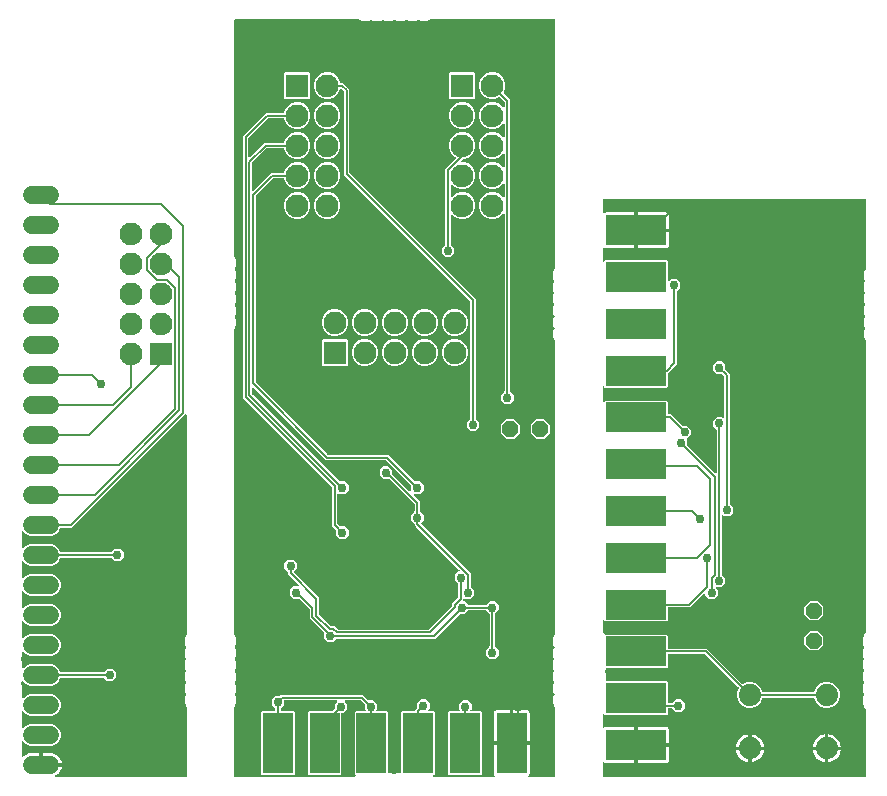
<source format=gtl>
G04 EAGLE Gerber RS-274X export*
G75*
%MOMM*%
%FSLAX34Y34*%
%LPD*%
%INTop Copper*%
%IPPOS*%
%AMOC8*
5,1,8,0,0,1.08239X$1,22.5*%
G01*
%ADD10C,1.524000*%
%ADD11R,1.930400X1.930400*%
%ADD12C,1.930400*%
%ADD13R,5.080000X2.540000*%
%ADD14C,1.879600*%
%ADD15P,1.429621X8X112.500000*%
%ADD16R,2.540000X5.080000*%
%ADD17P,1.429621X8X202.500000*%
%ADD18C,0.152400*%
%ADD19C,0.756400*%

G36*
X341831Y60175D02*
X341831Y60175D01*
X341921Y60183D01*
X341951Y60195D01*
X341983Y60200D01*
X342064Y60243D01*
X342148Y60279D01*
X342180Y60305D01*
X342201Y60316D01*
X342223Y60339D01*
X342279Y60384D01*
X342786Y60891D01*
X342798Y60907D01*
X342813Y60920D01*
X342869Y61007D01*
X342930Y61091D01*
X342935Y61110D01*
X342946Y61127D01*
X342972Y61227D01*
X343002Y61326D01*
X343001Y61346D01*
X343006Y61365D01*
X342998Y61468D01*
X342996Y61572D01*
X342989Y61591D01*
X342987Y61610D01*
X342947Y61705D01*
X342911Y61803D01*
X342899Y61818D01*
X342891Y61837D01*
X342786Y61968D01*
X342025Y62728D01*
X342025Y114792D01*
X342918Y115685D01*
X350583Y115685D01*
X350653Y115696D01*
X350725Y115698D01*
X350774Y115716D01*
X350825Y115724D01*
X350889Y115758D01*
X350956Y115783D01*
X350997Y115815D01*
X351043Y115840D01*
X351092Y115892D01*
X351148Y115936D01*
X351176Y115980D01*
X351212Y116018D01*
X351242Y116083D01*
X351281Y116143D01*
X351294Y116194D01*
X351316Y116241D01*
X351324Y116312D01*
X351341Y116382D01*
X351337Y116434D01*
X351343Y116485D01*
X351328Y116556D01*
X351322Y116627D01*
X351302Y116675D01*
X351291Y116726D01*
X351254Y116787D01*
X351226Y116853D01*
X351181Y116909D01*
X351164Y116937D01*
X351147Y116952D01*
X351121Y116984D01*
X350423Y117682D01*
X350423Y121638D01*
X350409Y121728D01*
X350401Y121819D01*
X350389Y121848D01*
X350384Y121880D01*
X350341Y121961D01*
X350305Y122045D01*
X350279Y122077D01*
X350268Y122098D01*
X350245Y122120D01*
X350200Y122176D01*
X347386Y124990D01*
X347312Y125043D01*
X347242Y125103D01*
X347212Y125115D01*
X347186Y125134D01*
X347099Y125161D01*
X347014Y125195D01*
X346973Y125199D01*
X346951Y125206D01*
X346919Y125205D01*
X346847Y125213D01*
X334339Y125213D01*
X334269Y125202D01*
X334197Y125200D01*
X334148Y125182D01*
X334097Y125174D01*
X334033Y125140D01*
X333966Y125115D01*
X333925Y125083D01*
X333879Y125058D01*
X333830Y125006D01*
X333774Y124962D01*
X333746Y124918D01*
X333710Y124880D01*
X333680Y124815D01*
X333641Y124755D01*
X333628Y124704D01*
X333606Y124657D01*
X333598Y124586D01*
X333581Y124516D01*
X333585Y124464D01*
X333579Y124413D01*
X333594Y124342D01*
X333600Y124271D01*
X333620Y124223D01*
X333631Y124172D01*
X333668Y124111D01*
X333696Y124045D01*
X333741Y123989D01*
X333758Y123961D01*
X333775Y123946D01*
X333801Y123914D01*
X335637Y122078D01*
X335637Y117682D01*
X332528Y114573D01*
X331636Y114573D01*
X331616Y114570D01*
X331597Y114572D01*
X331495Y114550D01*
X331393Y114534D01*
X331376Y114524D01*
X331356Y114520D01*
X331267Y114467D01*
X331176Y114418D01*
X331162Y114404D01*
X331145Y114394D01*
X331078Y114315D01*
X331006Y114240D01*
X330998Y114222D01*
X330985Y114207D01*
X330946Y114111D01*
X330903Y114017D01*
X330901Y113997D01*
X330893Y113979D01*
X330875Y113812D01*
X330875Y62728D01*
X329982Y61835D01*
X303318Y61835D01*
X302425Y62728D01*
X302425Y114792D01*
X303318Y115685D01*
X322585Y115685D01*
X322676Y115699D01*
X322766Y115707D01*
X322796Y115719D01*
X322828Y115724D01*
X322909Y115767D01*
X322993Y115803D01*
X323025Y115829D01*
X323046Y115840D01*
X323068Y115863D01*
X323124Y115908D01*
X324800Y117584D01*
X324853Y117658D01*
X324913Y117728D01*
X324925Y117758D01*
X324944Y117784D01*
X324971Y117871D01*
X325005Y117956D01*
X325009Y117997D01*
X325016Y118019D01*
X325015Y118051D01*
X325023Y118123D01*
X325023Y122078D01*
X326859Y123914D01*
X326901Y123972D01*
X326950Y124024D01*
X326972Y124071D01*
X327002Y124113D01*
X327024Y124182D01*
X327054Y124247D01*
X327059Y124299D01*
X327075Y124349D01*
X327073Y124420D01*
X327081Y124491D01*
X327070Y124542D01*
X327068Y124594D01*
X327044Y124662D01*
X327029Y124732D01*
X327002Y124777D01*
X326984Y124825D01*
X326939Y124881D01*
X326902Y124943D01*
X326863Y124977D01*
X326830Y125017D01*
X326770Y125056D01*
X326715Y125103D01*
X326667Y125122D01*
X326623Y125150D01*
X326554Y125168D01*
X326487Y125195D01*
X326416Y125203D01*
X326385Y125211D01*
X326362Y125209D01*
X326321Y125213D01*
X283118Y125213D01*
X283098Y125210D01*
X283079Y125212D01*
X282977Y125190D01*
X282875Y125174D01*
X282858Y125164D01*
X282838Y125160D01*
X282749Y125107D01*
X282658Y125058D01*
X282644Y125044D01*
X282627Y125034D01*
X282560Y124955D01*
X282488Y124880D01*
X282480Y124862D01*
X282467Y124847D01*
X282428Y124751D01*
X282385Y124657D01*
X282383Y124637D01*
X282375Y124619D01*
X282357Y124452D01*
X282357Y121552D01*
X279560Y118755D01*
X279507Y118681D01*
X279447Y118611D01*
X279435Y118581D01*
X279416Y118555D01*
X279389Y118468D01*
X279355Y118383D01*
X279351Y118342D01*
X279344Y118320D01*
X279345Y118288D01*
X279337Y118217D01*
X279337Y116446D01*
X279340Y116426D01*
X279338Y116407D01*
X279360Y116305D01*
X279376Y116203D01*
X279386Y116186D01*
X279390Y116166D01*
X279443Y116077D01*
X279492Y115986D01*
X279506Y115972D01*
X279516Y115955D01*
X279595Y115888D01*
X279670Y115816D01*
X279688Y115808D01*
X279703Y115795D01*
X279799Y115756D01*
X279893Y115713D01*
X279913Y115711D01*
X279931Y115703D01*
X280098Y115685D01*
X290382Y115685D01*
X291275Y114792D01*
X291275Y62728D01*
X290382Y61835D01*
X263718Y61835D01*
X262825Y62728D01*
X262825Y114792D01*
X263718Y115685D01*
X274002Y115685D01*
X274022Y115688D01*
X274041Y115686D01*
X274143Y115708D01*
X274245Y115724D01*
X274262Y115734D01*
X274282Y115738D01*
X274371Y115791D01*
X274462Y115840D01*
X274476Y115854D01*
X274493Y115864D01*
X274560Y115943D01*
X274632Y116018D01*
X274640Y116036D01*
X274653Y116051D01*
X274692Y116147D01*
X274735Y116241D01*
X274737Y116261D01*
X274745Y116279D01*
X274763Y116446D01*
X274763Y118217D01*
X274749Y118307D01*
X274741Y118398D01*
X274729Y118427D01*
X274724Y118459D01*
X274681Y118540D01*
X274645Y118624D01*
X274619Y118656D01*
X274608Y118677D01*
X274585Y118699D01*
X274540Y118755D01*
X271743Y121552D01*
X271743Y125948D01*
X274852Y129057D01*
X278808Y129057D01*
X278898Y129071D01*
X278989Y129079D01*
X279018Y129091D01*
X279050Y129096D01*
X279131Y129139D01*
X279215Y129175D01*
X279247Y129201D01*
X279268Y129212D01*
X279290Y129235D01*
X279346Y129280D01*
X279853Y129787D01*
X349057Y129787D01*
X353434Y125410D01*
X353508Y125357D01*
X353578Y125297D01*
X353608Y125285D01*
X353634Y125266D01*
X353721Y125239D01*
X353806Y125205D01*
X353847Y125201D01*
X353869Y125194D01*
X353901Y125195D01*
X353972Y125187D01*
X357928Y125187D01*
X361037Y122078D01*
X361037Y117682D01*
X360339Y116984D01*
X360297Y116926D01*
X360248Y116874D01*
X360226Y116827D01*
X360196Y116785D01*
X360174Y116716D01*
X360144Y116651D01*
X360139Y116599D01*
X360123Y116549D01*
X360125Y116478D01*
X360117Y116407D01*
X360128Y116356D01*
X360130Y116304D01*
X360154Y116236D01*
X360169Y116166D01*
X360196Y116121D01*
X360214Y116073D01*
X360259Y116017D01*
X360296Y115955D01*
X360335Y115921D01*
X360368Y115881D01*
X360428Y115842D01*
X360483Y115795D01*
X360531Y115776D01*
X360575Y115748D01*
X360644Y115730D01*
X360711Y115703D01*
X360782Y115695D01*
X360813Y115687D01*
X360836Y115689D01*
X360877Y115685D01*
X369582Y115685D01*
X370475Y114792D01*
X370475Y64122D01*
X370478Y64102D01*
X370476Y64083D01*
X370498Y63981D01*
X370514Y63879D01*
X370524Y63862D01*
X370528Y63842D01*
X370581Y63753D01*
X370630Y63662D01*
X370644Y63648D01*
X370654Y63631D01*
X370733Y63564D01*
X370808Y63492D01*
X370826Y63484D01*
X370841Y63471D01*
X370937Y63432D01*
X371031Y63389D01*
X371051Y63387D01*
X371069Y63379D01*
X371236Y63361D01*
X373018Y63361D01*
X375209Y62453D01*
X375297Y62433D01*
X375384Y62404D01*
X375417Y62405D01*
X375448Y62397D01*
X375539Y62406D01*
X375630Y62407D01*
X375670Y62418D01*
X375693Y62420D01*
X375722Y62433D01*
X375791Y62453D01*
X377982Y63361D01*
X380864Y63361D01*
X380884Y63364D01*
X380903Y63362D01*
X381005Y63384D01*
X381107Y63400D01*
X381124Y63410D01*
X381144Y63414D01*
X381233Y63467D01*
X381324Y63516D01*
X381338Y63530D01*
X381355Y63540D01*
X381422Y63619D01*
X381494Y63694D01*
X381502Y63712D01*
X381515Y63727D01*
X381554Y63823D01*
X381597Y63917D01*
X381599Y63937D01*
X381607Y63955D01*
X381625Y64122D01*
X381625Y114792D01*
X382518Y115685D01*
X392802Y115685D01*
X392822Y115688D01*
X392841Y115686D01*
X392943Y115708D01*
X393045Y115724D01*
X393062Y115734D01*
X393082Y115738D01*
X393171Y115791D01*
X393262Y115840D01*
X393276Y115854D01*
X393293Y115864D01*
X393360Y115943D01*
X393432Y116018D01*
X393440Y116036D01*
X393453Y116051D01*
X393492Y116147D01*
X393535Y116241D01*
X393537Y116261D01*
X393545Y116279D01*
X393563Y116446D01*
X393563Y117157D01*
X394650Y118244D01*
X394693Y118304D01*
X394736Y118349D01*
X394743Y118365D01*
X394763Y118388D01*
X394775Y118418D01*
X394794Y118444D01*
X394821Y118531D01*
X394821Y118532D01*
X394840Y118572D01*
X394841Y118580D01*
X394855Y118616D01*
X394859Y118657D01*
X394866Y118679D01*
X394865Y118711D01*
X394873Y118783D01*
X394873Y122738D01*
X397982Y125847D01*
X402378Y125847D01*
X405487Y122738D01*
X405487Y118342D01*
X404129Y116984D01*
X404087Y116926D01*
X404038Y116874D01*
X404016Y116827D01*
X403986Y116785D01*
X403964Y116716D01*
X403934Y116651D01*
X403929Y116599D01*
X403913Y116549D01*
X403915Y116478D01*
X403907Y116407D01*
X403918Y116356D01*
X403920Y116304D01*
X403944Y116236D01*
X403959Y116166D01*
X403986Y116121D01*
X404004Y116073D01*
X404049Y116017D01*
X404086Y115955D01*
X404125Y115921D01*
X404158Y115881D01*
X404218Y115842D01*
X404273Y115795D01*
X404321Y115776D01*
X404365Y115748D01*
X404434Y115730D01*
X404501Y115703D01*
X404572Y115695D01*
X404603Y115687D01*
X404626Y115689D01*
X404667Y115685D01*
X409182Y115685D01*
X410075Y114792D01*
X410075Y62728D01*
X409182Y61835D01*
X409108Y61835D01*
X409037Y61824D01*
X408965Y61822D01*
X408916Y61804D01*
X408865Y61796D01*
X408802Y61762D01*
X408734Y61737D01*
X408693Y61705D01*
X408647Y61680D01*
X408598Y61629D01*
X408542Y61584D01*
X408514Y61540D01*
X408478Y61502D01*
X408448Y61437D01*
X408409Y61377D01*
X408396Y61326D01*
X408374Y61279D01*
X408366Y61208D01*
X408349Y61138D01*
X408353Y61086D01*
X408347Y61035D01*
X408363Y60964D01*
X408368Y60893D01*
X408388Y60845D01*
X408400Y60794D01*
X408436Y60733D01*
X408464Y60667D01*
X408509Y60611D01*
X408526Y60583D01*
X408544Y60568D01*
X408569Y60536D01*
X408721Y60384D01*
X408795Y60331D01*
X408865Y60271D01*
X408895Y60259D01*
X408921Y60240D01*
X409008Y60213D01*
X409093Y60179D01*
X409134Y60175D01*
X409156Y60168D01*
X409188Y60169D01*
X409260Y60161D01*
X460118Y60161D01*
X460189Y60172D01*
X460261Y60174D01*
X460310Y60192D01*
X460361Y60200D01*
X460424Y60234D01*
X460492Y60259D01*
X460532Y60291D01*
X460578Y60316D01*
X460628Y60367D01*
X460684Y60412D01*
X460712Y60456D01*
X460748Y60494D01*
X460778Y60559D01*
X460817Y60619D01*
X460830Y60670D01*
X460851Y60717D01*
X460859Y60788D01*
X460877Y60858D01*
X460873Y60910D01*
X460879Y60961D01*
X460863Y61032D01*
X460858Y61103D01*
X460837Y61151D01*
X460826Y61202D01*
X460789Y61263D01*
X460761Y61329D01*
X460717Y61385D01*
X460700Y61413D01*
X460682Y61428D01*
X460657Y61460D01*
X460317Y61800D01*
X459982Y62379D01*
X459809Y63026D01*
X459809Y87237D01*
X474288Y87237D01*
X474308Y87240D01*
X474327Y87238D01*
X474429Y87260D01*
X474531Y87277D01*
X474548Y87286D01*
X474568Y87290D01*
X474657Y87343D01*
X474748Y87392D01*
X474762Y87406D01*
X474779Y87416D01*
X474846Y87495D01*
X474917Y87570D01*
X474926Y87588D01*
X474939Y87603D01*
X474978Y87699D01*
X475021Y87793D01*
X475023Y87813D01*
X475031Y87831D01*
X475049Y87998D01*
X475049Y88761D01*
X475051Y88761D01*
X475051Y87998D01*
X475054Y87978D01*
X475052Y87959D01*
X475074Y87857D01*
X475091Y87755D01*
X475100Y87738D01*
X475104Y87718D01*
X475157Y87629D01*
X475206Y87538D01*
X475220Y87524D01*
X475230Y87507D01*
X475309Y87440D01*
X475384Y87369D01*
X475402Y87360D01*
X475417Y87347D01*
X475513Y87308D01*
X475607Y87265D01*
X475627Y87263D01*
X475645Y87255D01*
X475812Y87237D01*
X490291Y87237D01*
X490291Y63026D01*
X490118Y62379D01*
X489783Y61800D01*
X489443Y61460D01*
X489402Y61402D01*
X489352Y61350D01*
X489330Y61303D01*
X489300Y61261D01*
X489279Y61192D01*
X489249Y61127D01*
X489243Y61075D01*
X489227Y61025D01*
X489229Y60954D01*
X489221Y60883D01*
X489233Y60832D01*
X489234Y60780D01*
X489258Y60712D01*
X489274Y60642D01*
X489300Y60597D01*
X489318Y60549D01*
X489363Y60493D01*
X489400Y60431D01*
X489439Y60397D01*
X489472Y60357D01*
X489532Y60318D01*
X489587Y60271D01*
X489635Y60252D01*
X489679Y60224D01*
X489748Y60206D01*
X489815Y60179D01*
X489886Y60171D01*
X489917Y60163D01*
X489941Y60165D01*
X489982Y60161D01*
X511078Y60161D01*
X511098Y60164D01*
X511117Y60162D01*
X511219Y60184D01*
X511321Y60200D01*
X511338Y60210D01*
X511358Y60214D01*
X511447Y60267D01*
X511538Y60316D01*
X511552Y60330D01*
X511569Y60340D01*
X511636Y60419D01*
X511708Y60494D01*
X511716Y60512D01*
X511729Y60527D01*
X511768Y60623D01*
X511811Y60717D01*
X511813Y60737D01*
X511821Y60755D01*
X511839Y60922D01*
X511839Y118709D01*
X511829Y118774D01*
X511828Y118839D01*
X511805Y118919D01*
X511800Y118952D01*
X511790Y118969D01*
X511781Y119000D01*
X510339Y122482D01*
X510339Y127518D01*
X511247Y129709D01*
X511267Y129797D01*
X511296Y129884D01*
X511295Y129917D01*
X511303Y129948D01*
X511294Y130039D01*
X511293Y130130D01*
X511282Y130170D01*
X511280Y130193D01*
X511267Y130222D01*
X511247Y130291D01*
X510339Y132482D01*
X510339Y137518D01*
X511247Y139709D01*
X511267Y139797D01*
X511296Y139884D01*
X511295Y139917D01*
X511303Y139948D01*
X511294Y140039D01*
X511293Y140130D01*
X511282Y140170D01*
X511280Y140193D01*
X511267Y140222D01*
X511247Y140291D01*
X510339Y142482D01*
X510339Y147518D01*
X511247Y149709D01*
X511256Y149751D01*
X511271Y149783D01*
X511276Y149824D01*
X511296Y149884D01*
X511295Y149917D01*
X511303Y149948D01*
X511297Y150011D01*
X511299Y150028D01*
X511294Y150049D01*
X511293Y150130D01*
X511282Y150170D01*
X511280Y150193D01*
X511267Y150222D01*
X511247Y150291D01*
X510339Y152482D01*
X510339Y157518D01*
X511247Y159709D01*
X511267Y159797D01*
X511296Y159884D01*
X511295Y159917D01*
X511303Y159948D01*
X511294Y160039D01*
X511293Y160130D01*
X511282Y160170D01*
X511280Y160193D01*
X511267Y160222D01*
X511247Y160291D01*
X510339Y162482D01*
X510339Y167518D01*
X511247Y169709D01*
X511267Y169797D01*
X511296Y169884D01*
X511295Y169917D01*
X511303Y169948D01*
X511294Y170039D01*
X511293Y170130D01*
X511282Y170170D01*
X511280Y170193D01*
X511267Y170222D01*
X511247Y170291D01*
X510339Y172482D01*
X510339Y177518D01*
X511781Y181000D01*
X511796Y181064D01*
X511821Y181124D01*
X511830Y181207D01*
X511837Y181239D01*
X511836Y181259D01*
X511839Y181291D01*
X511839Y428709D01*
X511829Y428774D01*
X511828Y428839D01*
X511805Y428919D01*
X511800Y428952D01*
X511790Y428969D01*
X511781Y429000D01*
X510339Y432482D01*
X510339Y437518D01*
X511247Y439709D01*
X511267Y439797D01*
X511296Y439884D01*
X511295Y439917D01*
X511303Y439948D01*
X511294Y440039D01*
X511293Y440130D01*
X511282Y440170D01*
X511280Y440193D01*
X511267Y440222D01*
X511247Y440291D01*
X510339Y442482D01*
X510339Y447518D01*
X511247Y449709D01*
X511267Y449797D01*
X511296Y449884D01*
X511295Y449917D01*
X511303Y449948D01*
X511294Y450039D01*
X511293Y450130D01*
X511282Y450170D01*
X511280Y450193D01*
X511267Y450222D01*
X511247Y450291D01*
X510339Y452482D01*
X510339Y457518D01*
X511247Y459709D01*
X511267Y459797D01*
X511296Y459884D01*
X511295Y459917D01*
X511303Y459948D01*
X511294Y460039D01*
X511293Y460130D01*
X511282Y460170D01*
X511280Y460193D01*
X511267Y460222D01*
X511247Y460291D01*
X510339Y462482D01*
X510339Y467518D01*
X511247Y469709D01*
X511267Y469797D01*
X511296Y469884D01*
X511295Y469917D01*
X511303Y469948D01*
X511294Y470039D01*
X511293Y470130D01*
X511282Y470170D01*
X511280Y470193D01*
X511267Y470222D01*
X511247Y470291D01*
X510339Y472482D01*
X510339Y477518D01*
X511247Y479709D01*
X511267Y479797D01*
X511296Y479884D01*
X511295Y479917D01*
X511303Y479948D01*
X511294Y480039D01*
X511293Y480130D01*
X511282Y480170D01*
X511280Y480193D01*
X511267Y480222D01*
X511247Y480291D01*
X510339Y482482D01*
X510339Y487518D01*
X511781Y491000D01*
X511796Y491064D01*
X511821Y491124D01*
X511830Y491207D01*
X511837Y491239D01*
X511836Y491259D01*
X511839Y491291D01*
X511839Y701078D01*
X511836Y701098D01*
X511838Y701117D01*
X511816Y701219D01*
X511800Y701321D01*
X511790Y701338D01*
X511786Y701358D01*
X511733Y701447D01*
X511684Y701538D01*
X511670Y701552D01*
X511660Y701569D01*
X511581Y701636D01*
X511506Y701708D01*
X511488Y701716D01*
X511473Y701729D01*
X511377Y701768D01*
X511283Y701811D01*
X511263Y701813D01*
X511245Y701821D01*
X511078Y701839D01*
X407291Y701839D01*
X407226Y701829D01*
X407161Y701828D01*
X407081Y701805D01*
X407048Y701800D01*
X407031Y701790D01*
X407000Y701781D01*
X403518Y700339D01*
X398482Y700339D01*
X396291Y701247D01*
X396203Y701267D01*
X396116Y701296D01*
X396083Y701295D01*
X396052Y701303D01*
X395961Y701294D01*
X395870Y701293D01*
X395830Y701282D01*
X395807Y701280D01*
X395778Y701267D01*
X395709Y701247D01*
X393518Y700339D01*
X388482Y700339D01*
X386291Y701247D01*
X386203Y701267D01*
X386116Y701296D01*
X386083Y701295D01*
X386052Y701303D01*
X385961Y701294D01*
X385870Y701293D01*
X385830Y701282D01*
X385807Y701280D01*
X385778Y701267D01*
X385709Y701247D01*
X383518Y700339D01*
X378482Y700339D01*
X376291Y701247D01*
X376203Y701267D01*
X376116Y701296D01*
X376083Y701295D01*
X376052Y701303D01*
X375961Y701294D01*
X375870Y701293D01*
X375830Y701282D01*
X375807Y701280D01*
X375778Y701267D01*
X375709Y701247D01*
X373518Y700339D01*
X368482Y700339D01*
X366291Y701247D01*
X366203Y701267D01*
X366116Y701296D01*
X366083Y701295D01*
X366052Y701303D01*
X365961Y701294D01*
X365870Y701293D01*
X365830Y701282D01*
X365807Y701280D01*
X365778Y701267D01*
X365709Y701247D01*
X363518Y700339D01*
X358482Y700339D01*
X356291Y701247D01*
X356203Y701267D01*
X356116Y701296D01*
X356083Y701295D01*
X356052Y701303D01*
X355961Y701294D01*
X355870Y701293D01*
X355830Y701282D01*
X355807Y701280D01*
X355778Y701267D01*
X355709Y701247D01*
X353518Y700339D01*
X348482Y700339D01*
X345000Y701781D01*
X344936Y701796D01*
X344876Y701821D01*
X344793Y701830D01*
X344761Y701837D01*
X344741Y701836D01*
X344709Y701839D01*
X240922Y701839D01*
X240902Y701836D01*
X240883Y701838D01*
X240781Y701816D01*
X240679Y701800D01*
X240662Y701790D01*
X240642Y701786D01*
X240553Y701733D01*
X240462Y701684D01*
X240448Y701670D01*
X240431Y701660D01*
X240364Y701581D01*
X240292Y701506D01*
X240284Y701488D01*
X240271Y701473D01*
X240232Y701377D01*
X240189Y701283D01*
X240187Y701263D01*
X240179Y701245D01*
X240161Y701078D01*
X240161Y501291D01*
X240171Y501226D01*
X240172Y501161D01*
X240195Y501081D01*
X240200Y501048D01*
X240210Y501031D01*
X240219Y501000D01*
X241661Y497518D01*
X241661Y492482D01*
X240753Y490291D01*
X240733Y490203D01*
X240704Y490116D01*
X240705Y490083D01*
X240697Y490052D01*
X240706Y489961D01*
X240707Y489870D01*
X240718Y489830D01*
X240720Y489807D01*
X240733Y489778D01*
X240753Y489709D01*
X241661Y487518D01*
X241661Y482482D01*
X240753Y480291D01*
X240733Y480203D01*
X240704Y480116D01*
X240705Y480083D01*
X240697Y480052D01*
X240706Y479961D01*
X240707Y479870D01*
X240718Y479830D01*
X240720Y479807D01*
X240733Y479778D01*
X240753Y479709D01*
X241661Y477518D01*
X241661Y472482D01*
X240753Y470291D01*
X240733Y470203D01*
X240704Y470116D01*
X240705Y470083D01*
X240697Y470052D01*
X240706Y469961D01*
X240707Y469870D01*
X240718Y469830D01*
X240720Y469807D01*
X240733Y469778D01*
X240753Y469709D01*
X241661Y467518D01*
X241661Y462482D01*
X240753Y460291D01*
X240733Y460203D01*
X240704Y460116D01*
X240705Y460083D01*
X240697Y460052D01*
X240706Y459961D01*
X240707Y459870D01*
X240718Y459830D01*
X240720Y459807D01*
X240733Y459778D01*
X240753Y459709D01*
X241661Y457518D01*
X241661Y452482D01*
X240753Y450291D01*
X240733Y450203D01*
X240704Y450116D01*
X240705Y450083D01*
X240697Y450052D01*
X240706Y449961D01*
X240707Y449870D01*
X240718Y449830D01*
X240720Y449807D01*
X240733Y449778D01*
X240753Y449709D01*
X241661Y447518D01*
X241661Y442482D01*
X240219Y439000D01*
X240204Y438936D01*
X240179Y438876D01*
X240170Y438793D01*
X240163Y438761D01*
X240164Y438741D01*
X240161Y438709D01*
X240161Y181291D01*
X240171Y181226D01*
X240172Y181161D01*
X240195Y181081D01*
X240200Y181048D01*
X240210Y181031D01*
X240219Y181000D01*
X241661Y177518D01*
X241661Y172482D01*
X240753Y170291D01*
X240733Y170203D01*
X240704Y170116D01*
X240705Y170083D01*
X240697Y170052D01*
X240706Y169961D01*
X240707Y169870D01*
X240718Y169830D01*
X240720Y169807D01*
X240733Y169778D01*
X240753Y169709D01*
X241661Y167518D01*
X241661Y162482D01*
X240753Y160291D01*
X240733Y160203D01*
X240704Y160116D01*
X240705Y160083D01*
X240697Y160052D01*
X240706Y159961D01*
X240707Y159870D01*
X240718Y159830D01*
X240720Y159807D01*
X240733Y159778D01*
X240753Y159709D01*
X241661Y157518D01*
X241661Y152482D01*
X240753Y150291D01*
X240733Y150203D01*
X240732Y150201D01*
X240729Y150193D01*
X240728Y150188D01*
X240704Y150116D01*
X240705Y150083D01*
X240697Y150052D01*
X240704Y149976D01*
X240701Y149949D01*
X240706Y149927D01*
X240707Y149870D01*
X240718Y149830D01*
X240720Y149807D01*
X240733Y149778D01*
X240753Y149709D01*
X241661Y147518D01*
X241661Y142482D01*
X240753Y140291D01*
X240733Y140203D01*
X240704Y140116D01*
X240705Y140083D01*
X240697Y140052D01*
X240706Y139961D01*
X240707Y139870D01*
X240718Y139830D01*
X240720Y139807D01*
X240733Y139778D01*
X240753Y139709D01*
X241661Y137518D01*
X241661Y132482D01*
X240753Y130291D01*
X240733Y130203D01*
X240704Y130116D01*
X240705Y130083D01*
X240697Y130052D01*
X240706Y129961D01*
X240707Y129870D01*
X240718Y129830D01*
X240720Y129807D01*
X240733Y129778D01*
X240753Y129709D01*
X241661Y127518D01*
X241661Y122482D01*
X240219Y119000D01*
X240204Y118936D01*
X240179Y118876D01*
X240170Y118793D01*
X240163Y118761D01*
X240164Y118741D01*
X240161Y118709D01*
X240161Y60922D01*
X240164Y60902D01*
X240162Y60883D01*
X240184Y60781D01*
X240200Y60679D01*
X240210Y60662D01*
X240214Y60642D01*
X240267Y60553D01*
X240316Y60462D01*
X240330Y60448D01*
X240340Y60431D01*
X240419Y60364D01*
X240494Y60292D01*
X240512Y60284D01*
X240527Y60271D01*
X240623Y60232D01*
X240717Y60189D01*
X240737Y60187D01*
X240755Y60179D01*
X240922Y60161D01*
X341740Y60161D01*
X341831Y60175D01*
G37*
G36*
X774098Y60164D02*
X774098Y60164D01*
X774117Y60162D01*
X774219Y60184D01*
X774321Y60200D01*
X774338Y60210D01*
X774358Y60214D01*
X774447Y60267D01*
X774538Y60316D01*
X774552Y60330D01*
X774569Y60340D01*
X774636Y60419D01*
X774708Y60494D01*
X774716Y60512D01*
X774729Y60527D01*
X774768Y60623D01*
X774811Y60717D01*
X774813Y60737D01*
X774821Y60755D01*
X774839Y60922D01*
X774839Y117240D01*
X774825Y117331D01*
X774817Y117421D01*
X774805Y117451D01*
X774800Y117483D01*
X774757Y117564D01*
X774721Y117648D01*
X774695Y117680D01*
X774684Y117701D01*
X774661Y117723D01*
X774654Y117732D01*
X774646Y117745D01*
X774637Y117753D01*
X774616Y117779D01*
X774467Y117928D01*
X772539Y122582D01*
X772539Y127618D01*
X773447Y129809D01*
X773467Y129897D01*
X773496Y129984D01*
X773495Y130017D01*
X773503Y130048D01*
X773494Y130139D01*
X773493Y130230D01*
X773482Y130270D01*
X773480Y130293D01*
X773467Y130322D01*
X773447Y130391D01*
X772539Y132582D01*
X772539Y137618D01*
X773447Y139809D01*
X773457Y139852D01*
X773473Y139887D01*
X773478Y139929D01*
X773496Y139984D01*
X773495Y140017D01*
X773503Y140048D01*
X773497Y140106D01*
X773500Y140131D01*
X773494Y140160D01*
X773493Y140230D01*
X773482Y140270D01*
X773480Y140293D01*
X773467Y140322D01*
X773447Y140391D01*
X772539Y142582D01*
X772539Y147618D01*
X773447Y149809D01*
X773467Y149897D01*
X773496Y149984D01*
X773495Y150017D01*
X773503Y150048D01*
X773494Y150139D01*
X773493Y150230D01*
X773482Y150270D01*
X773480Y150293D01*
X773467Y150322D01*
X773447Y150391D01*
X772539Y152582D01*
X772539Y157618D01*
X773447Y159809D01*
X773467Y159897D01*
X773496Y159984D01*
X773495Y160017D01*
X773503Y160048D01*
X773494Y160139D01*
X773493Y160230D01*
X773482Y160270D01*
X773480Y160293D01*
X773467Y160322D01*
X773447Y160391D01*
X772539Y162582D01*
X772539Y167618D01*
X773447Y169809D01*
X773467Y169897D01*
X773496Y169984D01*
X773495Y170017D01*
X773503Y170048D01*
X773494Y170139D01*
X773493Y170230D01*
X773482Y170270D01*
X773480Y170293D01*
X773467Y170322D01*
X773447Y170391D01*
X772539Y172582D01*
X772539Y177618D01*
X774467Y182272D01*
X774616Y182421D01*
X774669Y182495D01*
X774729Y182565D01*
X774741Y182595D01*
X774760Y182621D01*
X774787Y182708D01*
X774821Y182793D01*
X774825Y182834D01*
X774832Y182856D01*
X774831Y182888D01*
X774839Y182960D01*
X774839Y429292D01*
X774829Y429356D01*
X774828Y429422D01*
X774805Y429502D01*
X774800Y429535D01*
X774790Y429552D01*
X774781Y429583D01*
X773539Y432582D01*
X773539Y437618D01*
X774447Y439809D01*
X774467Y439897D01*
X774496Y439984D01*
X774495Y440017D01*
X774503Y440048D01*
X774494Y440139D01*
X774493Y440230D01*
X774482Y440270D01*
X774480Y440293D01*
X774467Y440322D01*
X774447Y440391D01*
X773539Y442582D01*
X773539Y447618D01*
X774447Y449809D01*
X774467Y449897D01*
X774496Y449984D01*
X774495Y450017D01*
X774503Y450048D01*
X774494Y450139D01*
X774493Y450230D01*
X774482Y450270D01*
X774480Y450293D01*
X774467Y450322D01*
X774447Y450391D01*
X773539Y452582D01*
X773539Y457618D01*
X774447Y459809D01*
X774467Y459897D01*
X774496Y459984D01*
X774495Y460017D01*
X774503Y460048D01*
X774494Y460139D01*
X774493Y460230D01*
X774482Y460270D01*
X774480Y460293D01*
X774467Y460322D01*
X774447Y460391D01*
X773539Y462582D01*
X773539Y467618D01*
X774447Y469809D01*
X774467Y469897D01*
X774496Y469984D01*
X774495Y470017D01*
X774503Y470048D01*
X774494Y470139D01*
X774493Y470230D01*
X774482Y470270D01*
X774480Y470293D01*
X774467Y470322D01*
X774447Y470391D01*
X773539Y472582D01*
X773539Y477618D01*
X774447Y479809D01*
X774467Y479897D01*
X774496Y479984D01*
X774495Y480017D01*
X774503Y480048D01*
X774494Y480139D01*
X774493Y480230D01*
X774482Y480270D01*
X774480Y480293D01*
X774467Y480322D01*
X774447Y480391D01*
X773539Y482582D01*
X773539Y487618D01*
X774781Y490617D01*
X774796Y490681D01*
X774821Y490742D01*
X774830Y490824D01*
X774837Y490856D01*
X774836Y490876D01*
X774839Y490908D01*
X774839Y549078D01*
X774836Y549098D01*
X774838Y549117D01*
X774816Y549219D01*
X774800Y549321D01*
X774790Y549338D01*
X774786Y549358D01*
X774733Y549447D01*
X774684Y549538D01*
X774670Y549552D01*
X774660Y549569D01*
X774581Y549636D01*
X774506Y549708D01*
X774488Y549716D01*
X774473Y549729D01*
X774377Y549768D01*
X774283Y549811D01*
X774263Y549813D01*
X774245Y549821D01*
X774078Y549839D01*
X552922Y549839D01*
X552902Y549836D01*
X552883Y549838D01*
X552781Y549816D01*
X552679Y549800D01*
X552662Y549790D01*
X552642Y549786D01*
X552553Y549733D01*
X552462Y549684D01*
X552448Y549670D01*
X552431Y549660D01*
X552364Y549581D01*
X552292Y549506D01*
X552284Y549488D01*
X552271Y549473D01*
X552232Y549377D01*
X552189Y549283D01*
X552187Y549263D01*
X552179Y549245D01*
X552161Y549078D01*
X552161Y538394D01*
X552176Y538300D01*
X552185Y538205D01*
X552196Y538179D01*
X552200Y538151D01*
X552245Y538067D01*
X552283Y537980D01*
X552302Y537959D01*
X552316Y537934D01*
X552385Y537868D01*
X552449Y537798D01*
X552473Y537784D01*
X552494Y537764D01*
X552580Y537724D01*
X552664Y537678D01*
X552691Y537673D01*
X552717Y537661D01*
X552812Y537650D01*
X552905Y537633D01*
X552933Y537637D01*
X552961Y537634D01*
X553055Y537654D01*
X553149Y537667D01*
X553181Y537681D01*
X553202Y537686D01*
X553230Y537703D01*
X553303Y537735D01*
X553879Y538068D01*
X554526Y538241D01*
X578737Y538241D01*
X578737Y523762D01*
X578740Y523742D01*
X578738Y523723D01*
X578760Y523621D01*
X578777Y523519D01*
X578786Y523502D01*
X578790Y523482D01*
X578843Y523393D01*
X578892Y523302D01*
X578906Y523288D01*
X578916Y523271D01*
X578995Y523204D01*
X579070Y523133D01*
X579088Y523124D01*
X579103Y523111D01*
X579199Y523072D01*
X579293Y523029D01*
X579313Y523027D01*
X579331Y523019D01*
X579498Y523001D01*
X580261Y523001D01*
X580261Y522999D01*
X579498Y522999D01*
X579478Y522996D01*
X579459Y522998D01*
X579357Y522976D01*
X579255Y522959D01*
X579238Y522950D01*
X579218Y522946D01*
X579129Y522893D01*
X579038Y522844D01*
X579024Y522830D01*
X579007Y522820D01*
X578940Y522741D01*
X578869Y522666D01*
X578860Y522648D01*
X578847Y522633D01*
X578808Y522537D01*
X578765Y522443D01*
X578763Y522423D01*
X578755Y522405D01*
X578737Y522238D01*
X578737Y507759D01*
X554526Y507759D01*
X553879Y507932D01*
X553303Y508265D01*
X553213Y508299D01*
X553127Y508339D01*
X553099Y508342D01*
X553073Y508352D01*
X552977Y508356D01*
X552883Y508366D01*
X552855Y508360D01*
X552827Y508361D01*
X552735Y508334D01*
X552642Y508314D01*
X552618Y508300D01*
X552591Y508292D01*
X552513Y508237D01*
X552431Y508188D01*
X552413Y508166D01*
X552390Y508150D01*
X552333Y508074D01*
X552271Y508001D01*
X552261Y507975D01*
X552244Y507952D01*
X552215Y507862D01*
X552179Y507773D01*
X552175Y507738D01*
X552169Y507718D01*
X552169Y507685D01*
X552161Y507606D01*
X552161Y497395D01*
X552172Y497324D01*
X552174Y497252D01*
X552192Y497203D01*
X552200Y497152D01*
X552234Y497089D01*
X552259Y497021D01*
X552291Y496981D01*
X552316Y496935D01*
X552368Y496885D01*
X552412Y496829D01*
X552456Y496801D01*
X552494Y496765D01*
X552559Y496735D01*
X552619Y496696D01*
X552670Y496684D01*
X552717Y496662D01*
X552788Y496654D01*
X552858Y496636D01*
X552910Y496640D01*
X552961Y496635D01*
X553032Y496650D01*
X553103Y496655D01*
X553151Y496676D01*
X553202Y496687D01*
X553263Y496724D01*
X553329Y496752D01*
X553385Y496797D01*
X553413Y496813D01*
X553428Y496831D01*
X553460Y496857D01*
X554228Y497625D01*
X606292Y497625D01*
X607185Y496732D01*
X607185Y480527D01*
X607196Y480457D01*
X607198Y480385D01*
X607216Y480336D01*
X607224Y480285D01*
X607258Y480221D01*
X607283Y480154D01*
X607315Y480113D01*
X607340Y480067D01*
X607392Y480018D01*
X607436Y479962D01*
X607480Y479934D01*
X607518Y479898D01*
X607583Y479868D01*
X607643Y479829D01*
X607694Y479816D01*
X607741Y479794D01*
X607812Y479786D01*
X607882Y479769D01*
X607934Y479773D01*
X607985Y479767D01*
X608056Y479782D01*
X608127Y479788D01*
X608175Y479808D01*
X608226Y479819D01*
X608287Y479856D01*
X608353Y479884D01*
X608409Y479929D01*
X608437Y479946D01*
X608452Y479963D01*
X608484Y479989D01*
X610452Y481957D01*
X614848Y481957D01*
X617957Y478848D01*
X617957Y474452D01*
X615160Y471655D01*
X615107Y471581D01*
X615047Y471511D01*
X615035Y471481D01*
X615016Y471455D01*
X614989Y471368D01*
X614955Y471283D01*
X614951Y471242D01*
X614944Y471220D01*
X614945Y471188D01*
X614937Y471117D01*
X614937Y409603D01*
X607408Y402074D01*
X607355Y402000D01*
X607295Y401930D01*
X607283Y401900D01*
X607264Y401874D01*
X607237Y401787D01*
X607203Y401702D01*
X607199Y401661D01*
X607192Y401639D01*
X607193Y401607D01*
X607185Y401535D01*
X607185Y390868D01*
X606292Y389975D01*
X554228Y389975D01*
X553460Y390743D01*
X553402Y390785D01*
X553350Y390835D01*
X553303Y390857D01*
X553261Y390887D01*
X553192Y390908D01*
X553127Y390938D01*
X553075Y390944D01*
X553025Y390959D01*
X552954Y390957D01*
X552883Y390965D01*
X552832Y390954D01*
X552780Y390953D01*
X552712Y390928D01*
X552642Y390913D01*
X552597Y390886D01*
X552549Y390869D01*
X552493Y390824D01*
X552431Y390787D01*
X552397Y390747D01*
X552357Y390715D01*
X552318Y390655D01*
X552271Y390600D01*
X552252Y390552D01*
X552224Y390508D01*
X552206Y390438D01*
X552179Y390372D01*
X552171Y390301D01*
X552163Y390269D01*
X552165Y390246D01*
X552161Y390205D01*
X552161Y378595D01*
X552172Y378524D01*
X552174Y378452D01*
X552192Y378403D01*
X552200Y378352D01*
X552234Y378289D01*
X552259Y378221D01*
X552291Y378181D01*
X552316Y378135D01*
X552368Y378085D01*
X552412Y378029D01*
X552456Y378001D01*
X552494Y377965D01*
X552559Y377935D01*
X552619Y377896D01*
X552670Y377884D01*
X552717Y377862D01*
X552788Y377854D01*
X552858Y377836D01*
X552910Y377840D01*
X552961Y377835D01*
X553032Y377850D01*
X553103Y377855D01*
X553151Y377876D01*
X553202Y377887D01*
X553263Y377924D01*
X553329Y377952D01*
X553385Y377997D01*
X553413Y378013D01*
X553428Y378031D01*
X553460Y378057D01*
X554228Y378825D01*
X606292Y378825D01*
X607185Y377932D01*
X607185Y367938D01*
X607188Y367918D01*
X607186Y367899D01*
X607208Y367797D01*
X607224Y367695D01*
X607234Y367678D01*
X607238Y367658D01*
X607291Y367569D01*
X607340Y367478D01*
X607354Y367464D01*
X607364Y367447D01*
X607443Y367380D01*
X607518Y367308D01*
X607536Y367300D01*
X607551Y367287D01*
X607647Y367248D01*
X607741Y367205D01*
X607761Y367203D01*
X607779Y367195D01*
X607946Y367177D01*
X609787Y367177D01*
X619244Y357720D01*
X619318Y357667D01*
X619388Y357607D01*
X619418Y357595D01*
X619444Y357576D01*
X619531Y357549D01*
X619616Y357515D01*
X619657Y357511D01*
X619679Y357504D01*
X619711Y357505D01*
X619783Y357497D01*
X623738Y357497D01*
X626847Y354388D01*
X626847Y349992D01*
X623727Y346872D01*
X623655Y346870D01*
X623606Y346852D01*
X623555Y346844D01*
X623492Y346810D01*
X623424Y346785D01*
X623384Y346753D01*
X623338Y346728D01*
X623288Y346676D01*
X623232Y346632D01*
X623204Y346588D01*
X623168Y346550D01*
X623138Y346485D01*
X623099Y346425D01*
X623087Y346374D01*
X623065Y346327D01*
X623057Y346256D01*
X623039Y346186D01*
X623043Y346134D01*
X623038Y346083D01*
X623053Y346012D01*
X623058Y345941D01*
X623079Y345893D01*
X623090Y345842D01*
X623127Y345781D01*
X623155Y345715D01*
X623200Y345659D01*
X623216Y345631D01*
X623234Y345616D01*
X623260Y345584D01*
X623826Y345017D01*
X623826Y341062D01*
X623829Y341042D01*
X623827Y341023D01*
X623842Y340953D01*
X623848Y340881D01*
X623860Y340851D01*
X623866Y340819D01*
X623875Y340801D01*
X623879Y340782D01*
X623916Y340721D01*
X623944Y340654D01*
X623970Y340622D01*
X623981Y340602D01*
X623996Y340588D01*
X624005Y340571D01*
X624023Y340556D01*
X624049Y340523D01*
X647164Y317409D01*
X647222Y317367D01*
X647274Y317317D01*
X647321Y317295D01*
X647363Y317265D01*
X647432Y317244D01*
X647497Y317214D01*
X647549Y317208D01*
X647599Y317193D01*
X647670Y317195D01*
X647741Y317187D01*
X647792Y317198D01*
X647844Y317199D01*
X647912Y317224D01*
X647982Y317239D01*
X648027Y317266D01*
X648075Y317284D01*
X648131Y317328D01*
X648193Y317365D01*
X648227Y317405D01*
X648267Y317437D01*
X648306Y317498D01*
X648353Y317552D01*
X648372Y317600D01*
X648400Y317644D01*
X648418Y317714D01*
X648445Y317780D01*
X648453Y317852D01*
X648461Y317883D01*
X648459Y317906D01*
X648463Y317947D01*
X648463Y354277D01*
X648449Y354367D01*
X648441Y354458D01*
X648429Y354487D01*
X648424Y354519D01*
X648381Y354600D01*
X648345Y354684D01*
X648319Y354716D01*
X648308Y354737D01*
X648285Y354759D01*
X648240Y354815D01*
X645443Y357612D01*
X645443Y362008D01*
X648552Y365117D01*
X652948Y365117D01*
X653730Y364335D01*
X653788Y364293D01*
X653840Y364244D01*
X653887Y364222D01*
X653929Y364192D01*
X653998Y364170D01*
X654063Y364140D01*
X654115Y364135D01*
X654165Y364119D01*
X654236Y364121D01*
X654307Y364113D01*
X654358Y364124D01*
X654410Y364126D01*
X654478Y364150D01*
X654548Y364165D01*
X654593Y364192D01*
X654641Y364210D01*
X654697Y364255D01*
X654759Y364292D01*
X654793Y364331D01*
X654833Y364364D01*
X654872Y364424D01*
X654919Y364479D01*
X654938Y364527D01*
X654966Y364571D01*
X654984Y364640D01*
X655011Y364707D01*
X655019Y364778D01*
X655027Y364809D01*
X655025Y364832D01*
X655029Y364873D01*
X655029Y398971D01*
X655015Y399062D01*
X655007Y399152D01*
X654995Y399182D01*
X654990Y399214D01*
X654947Y399295D01*
X654911Y399379D01*
X654885Y399411D01*
X654874Y399432D01*
X654851Y399454D01*
X654806Y399510D01*
X653046Y401270D01*
X652972Y401323D01*
X652902Y401383D01*
X652872Y401395D01*
X652846Y401414D01*
X652759Y401441D01*
X652674Y401475D01*
X652633Y401479D01*
X652611Y401486D01*
X652579Y401485D01*
X652507Y401493D01*
X648552Y401493D01*
X645443Y404602D01*
X645443Y408998D01*
X648552Y412107D01*
X652948Y412107D01*
X656057Y408998D01*
X656057Y405043D01*
X656071Y404952D01*
X656079Y404862D01*
X656091Y404832D01*
X656096Y404800D01*
X656139Y404719D01*
X656175Y404635D01*
X656201Y404603D01*
X656212Y404582D01*
X656235Y404560D01*
X656280Y404504D01*
X659603Y401181D01*
X659603Y291683D01*
X659617Y291593D01*
X659625Y291502D01*
X659637Y291473D01*
X659642Y291441D01*
X659685Y291360D01*
X659721Y291276D01*
X659747Y291244D01*
X659758Y291223D01*
X659781Y291201D01*
X659826Y291145D01*
X662623Y288348D01*
X662623Y283952D01*
X659514Y280843D01*
X655118Y280843D01*
X654336Y281625D01*
X654278Y281667D01*
X654226Y281716D01*
X654179Y281738D01*
X654137Y281768D01*
X654068Y281790D01*
X654003Y281820D01*
X653951Y281825D01*
X653901Y281841D01*
X653830Y281839D01*
X653759Y281847D01*
X653708Y281836D01*
X653656Y281834D01*
X653588Y281810D01*
X653518Y281795D01*
X653473Y281768D01*
X653425Y281750D01*
X653369Y281705D01*
X653307Y281668D01*
X653273Y281629D01*
X653233Y281596D01*
X653194Y281536D01*
X653147Y281481D01*
X653128Y281433D01*
X653100Y281389D01*
X653082Y281320D01*
X653055Y281253D01*
X653047Y281182D01*
X653039Y281151D01*
X653041Y281128D01*
X653037Y281087D01*
X653037Y231993D01*
X653051Y231903D01*
X653059Y231812D01*
X653071Y231783D01*
X653076Y231751D01*
X653119Y231670D01*
X653155Y231586D01*
X653181Y231554D01*
X653192Y231533D01*
X653215Y231511D01*
X653260Y231455D01*
X656057Y228658D01*
X656057Y224262D01*
X652948Y221153D01*
X648889Y221153D01*
X648819Y221142D01*
X648747Y221140D01*
X648698Y221122D01*
X648647Y221114D01*
X648583Y221080D01*
X648516Y221055D01*
X648475Y221023D01*
X648429Y220998D01*
X648380Y220946D01*
X648324Y220902D01*
X648296Y220858D01*
X648260Y220820D01*
X648230Y220755D01*
X648191Y220695D01*
X648178Y220644D01*
X648156Y220597D01*
X648148Y220526D01*
X648131Y220456D01*
X648135Y220404D01*
X648129Y220353D01*
X648144Y220282D01*
X648150Y220211D01*
X648170Y220163D01*
X648181Y220112D01*
X648218Y220051D01*
X648246Y219985D01*
X648291Y219929D01*
X648308Y219901D01*
X648325Y219886D01*
X648351Y219854D01*
X649707Y218498D01*
X649707Y214102D01*
X646598Y210993D01*
X642202Y210993D01*
X639093Y214102D01*
X639093Y214812D01*
X639082Y214882D01*
X639080Y214954D01*
X639062Y215003D01*
X639054Y215054D01*
X639020Y215118D01*
X638995Y215185D01*
X638963Y215226D01*
X638938Y215272D01*
X638886Y215321D01*
X638842Y215377D01*
X638798Y215405D01*
X638760Y215441D01*
X638695Y215471D01*
X638635Y215510D01*
X638584Y215523D01*
X638537Y215545D01*
X638466Y215553D01*
X638396Y215570D01*
X638344Y215566D01*
X638293Y215572D01*
X638222Y215557D01*
X638151Y215551D01*
X638103Y215531D01*
X638052Y215520D01*
X637991Y215483D01*
X637925Y215455D01*
X637869Y215410D01*
X637841Y215393D01*
X637826Y215376D01*
X637794Y215350D01*
X626357Y203913D01*
X607946Y203913D01*
X607926Y203910D01*
X607907Y203912D01*
X607805Y203890D01*
X607703Y203874D01*
X607686Y203864D01*
X607666Y203860D01*
X607577Y203807D01*
X607486Y203758D01*
X607472Y203744D01*
X607455Y203734D01*
X607388Y203655D01*
X607316Y203580D01*
X607308Y203562D01*
X607295Y203547D01*
X607256Y203451D01*
X607213Y203357D01*
X607211Y203337D01*
X607203Y203319D01*
X607185Y203152D01*
X607185Y192868D01*
X606292Y191975D01*
X554228Y191975D01*
X553460Y192743D01*
X553402Y192785D01*
X553350Y192835D01*
X553303Y192857D01*
X553261Y192887D01*
X553192Y192908D01*
X553127Y192938D01*
X553075Y192944D01*
X553025Y192959D01*
X552954Y192957D01*
X552883Y192965D01*
X552832Y192954D01*
X552780Y192953D01*
X552712Y192928D01*
X552642Y192913D01*
X552597Y192886D01*
X552549Y192869D01*
X552493Y192824D01*
X552431Y192787D01*
X552397Y192747D01*
X552357Y192715D01*
X552318Y192655D01*
X552271Y192600D01*
X552252Y192552D01*
X552224Y192508D01*
X552206Y192438D01*
X552179Y192372D01*
X552171Y192301D01*
X552163Y192269D01*
X552165Y192246D01*
X552161Y192205D01*
X552161Y183360D01*
X552175Y183269D01*
X552183Y183179D01*
X552195Y183149D01*
X552200Y183117D01*
X552243Y183036D01*
X552279Y182952D01*
X552305Y182920D01*
X552316Y182899D01*
X552339Y182877D01*
X552384Y182821D01*
X552933Y182272D01*
X553338Y181295D01*
X553399Y181195D01*
X553459Y181095D01*
X553464Y181091D01*
X553468Y181086D01*
X553558Y181011D01*
X553646Y180935D01*
X553652Y180933D01*
X553657Y180929D01*
X553765Y180887D01*
X553875Y180843D01*
X553882Y180842D01*
X553887Y180841D01*
X553905Y180840D01*
X554041Y180825D01*
X606292Y180825D01*
X607185Y179932D01*
X607185Y169648D01*
X607188Y169628D01*
X607186Y169609D01*
X607208Y169507D01*
X607224Y169405D01*
X607234Y169388D01*
X607238Y169368D01*
X607291Y169279D01*
X607340Y169188D01*
X607354Y169174D01*
X607364Y169157D01*
X607443Y169090D01*
X607518Y169018D01*
X607536Y169010D01*
X607551Y168997D01*
X607647Y168958D01*
X607741Y168915D01*
X607761Y168913D01*
X607779Y168905D01*
X607946Y168887D01*
X640691Y168887D01*
X670225Y139353D01*
X670319Y139285D01*
X670414Y139215D01*
X670420Y139213D01*
X670425Y139209D01*
X670536Y139175D01*
X670648Y139139D01*
X670654Y139139D01*
X670660Y139137D01*
X670777Y139140D01*
X670894Y139141D01*
X670901Y139143D01*
X670906Y139143D01*
X670923Y139150D01*
X671055Y139188D01*
X674485Y140609D01*
X678831Y140609D01*
X682845Y138946D01*
X685918Y135873D01*
X687339Y132443D01*
X687400Y132343D01*
X687460Y132243D01*
X687465Y132239D01*
X687468Y132234D01*
X687558Y132159D01*
X687647Y132083D01*
X687653Y132081D01*
X687658Y132077D01*
X687766Y132035D01*
X687875Y131991D01*
X687883Y131990D01*
X687888Y131989D01*
X687906Y131988D01*
X688042Y131973D01*
X730298Y131973D01*
X730413Y131992D01*
X730529Y132009D01*
X730534Y132011D01*
X730541Y132012D01*
X730643Y132067D01*
X730748Y132120D01*
X730752Y132125D01*
X730758Y132128D01*
X730838Y132212D01*
X730920Y132296D01*
X730924Y132302D01*
X730927Y132306D01*
X730935Y132323D01*
X731001Y132443D01*
X732422Y135873D01*
X735495Y138946D01*
X739509Y140609D01*
X743855Y140609D01*
X747869Y138946D01*
X750942Y135873D01*
X752605Y131859D01*
X752605Y127513D01*
X750942Y123499D01*
X747869Y120426D01*
X743855Y118763D01*
X739509Y118763D01*
X735495Y120426D01*
X732422Y123499D01*
X731001Y126929D01*
X730940Y127029D01*
X730880Y127129D01*
X730875Y127133D01*
X730872Y127138D01*
X730782Y127213D01*
X730693Y127289D01*
X730687Y127291D01*
X730682Y127295D01*
X730574Y127337D01*
X730465Y127381D01*
X730457Y127382D01*
X730452Y127383D01*
X730434Y127384D01*
X730298Y127399D01*
X688042Y127399D01*
X687927Y127380D01*
X687811Y127363D01*
X687806Y127361D01*
X687799Y127360D01*
X687697Y127305D01*
X687592Y127252D01*
X687588Y127247D01*
X687582Y127244D01*
X687502Y127160D01*
X687420Y127076D01*
X687416Y127070D01*
X687413Y127066D01*
X687405Y127049D01*
X687339Y126929D01*
X685918Y123499D01*
X682845Y120426D01*
X678831Y118763D01*
X674485Y118763D01*
X670471Y120426D01*
X667398Y123499D01*
X665735Y127513D01*
X665735Y131859D01*
X667156Y135289D01*
X667183Y135403D01*
X667211Y135516D01*
X667211Y135523D01*
X667212Y135529D01*
X667201Y135645D01*
X667192Y135762D01*
X667190Y135767D01*
X667189Y135774D01*
X667141Y135881D01*
X667096Y135988D01*
X667091Y135994D01*
X667089Y135998D01*
X667077Y136012D01*
X666991Y136119D01*
X639020Y164090D01*
X638946Y164143D01*
X638876Y164203D01*
X638846Y164215D01*
X638820Y164234D01*
X638733Y164261D01*
X638648Y164295D01*
X638607Y164299D01*
X638585Y164306D01*
X638553Y164305D01*
X638481Y164313D01*
X607946Y164313D01*
X607926Y164310D01*
X607907Y164312D01*
X607805Y164290D01*
X607703Y164274D01*
X607686Y164264D01*
X607666Y164260D01*
X607577Y164207D01*
X607486Y164158D01*
X607472Y164144D01*
X607455Y164134D01*
X607388Y164055D01*
X607316Y163980D01*
X607308Y163962D01*
X607295Y163947D01*
X607256Y163851D01*
X607213Y163757D01*
X607211Y163737D01*
X607203Y163719D01*
X607185Y163552D01*
X607185Y153268D01*
X606292Y152375D01*
X555284Y152375D01*
X555169Y152356D01*
X555053Y152339D01*
X555047Y152337D01*
X555041Y152336D01*
X554939Y152281D01*
X554834Y152228D01*
X554829Y152223D01*
X554824Y152220D01*
X554744Y152136D01*
X554661Y152052D01*
X554658Y152046D01*
X554654Y152042D01*
X554647Y152025D01*
X554581Y151905D01*
X553953Y150391D01*
X553933Y150303D01*
X553904Y150216D01*
X553905Y150183D01*
X553897Y150152D01*
X553906Y150061D01*
X553907Y149970D01*
X553918Y149930D01*
X553920Y149907D01*
X553933Y149878D01*
X553953Y149809D01*
X554861Y147618D01*
X554861Y142582D01*
X554735Y142277D01*
X554724Y142233D01*
X554705Y142191D01*
X554696Y142114D01*
X554679Y142038D01*
X554683Y141992D01*
X554678Y141947D01*
X554694Y141870D01*
X554702Y141793D01*
X554720Y141751D01*
X554730Y141706D01*
X554770Y141639D01*
X554802Y141568D01*
X554833Y141534D01*
X554856Y141495D01*
X554915Y141444D01*
X554968Y141387D01*
X555008Y141365D01*
X555043Y141335D01*
X555115Y141306D01*
X555184Y141269D01*
X555229Y141260D01*
X555271Y141243D01*
X555407Y141228D01*
X555426Y141225D01*
X555431Y141226D01*
X555438Y141225D01*
X606292Y141225D01*
X607185Y140332D01*
X607185Y123698D01*
X607188Y123678D01*
X607186Y123659D01*
X607208Y123557D01*
X607224Y123455D01*
X607234Y123438D01*
X607238Y123418D01*
X607291Y123329D01*
X607340Y123238D01*
X607354Y123224D01*
X607364Y123207D01*
X607443Y123140D01*
X607518Y123068D01*
X607536Y123060D01*
X607551Y123047D01*
X607647Y123008D01*
X607741Y122965D01*
X607761Y122963D01*
X607779Y122955D01*
X607946Y122937D01*
X610667Y122937D01*
X610757Y122951D01*
X610848Y122959D01*
X610877Y122971D01*
X610909Y122976D01*
X610990Y123019D01*
X611074Y123055D01*
X611106Y123081D01*
X611127Y123092D01*
X611149Y123115D01*
X611205Y123160D01*
X614002Y125957D01*
X618398Y125957D01*
X621507Y122848D01*
X621507Y118452D01*
X618398Y115343D01*
X614002Y115343D01*
X611205Y118140D01*
X611131Y118193D01*
X611061Y118253D01*
X611031Y118265D01*
X611005Y118284D01*
X610918Y118311D01*
X610833Y118345D01*
X610792Y118349D01*
X610770Y118356D01*
X610738Y118355D01*
X610667Y118363D01*
X607946Y118363D01*
X607926Y118360D01*
X607907Y118362D01*
X607805Y118340D01*
X607703Y118324D01*
X607686Y118314D01*
X607666Y118310D01*
X607577Y118257D01*
X607486Y118208D01*
X607472Y118194D01*
X607455Y118184D01*
X607388Y118105D01*
X607316Y118030D01*
X607308Y118012D01*
X607295Y117997D01*
X607256Y117901D01*
X607213Y117807D01*
X607211Y117787D01*
X607203Y117769D01*
X607185Y117602D01*
X607185Y113668D01*
X606292Y112775D01*
X554228Y112775D01*
X553460Y113543D01*
X553402Y113585D01*
X553350Y113635D01*
X553303Y113657D01*
X553261Y113687D01*
X553192Y113708D01*
X553127Y113738D01*
X553075Y113744D01*
X553025Y113759D01*
X552954Y113757D01*
X552883Y113765D01*
X552832Y113754D01*
X552780Y113753D01*
X552712Y113728D01*
X552642Y113713D01*
X552597Y113686D01*
X552549Y113669D01*
X552493Y113624D01*
X552431Y113587D01*
X552397Y113547D01*
X552357Y113515D01*
X552318Y113455D01*
X552271Y113400D01*
X552252Y113352D01*
X552224Y113308D01*
X552206Y113238D01*
X552179Y113172D01*
X552171Y113101D01*
X552163Y113069D01*
X552165Y113046D01*
X552161Y113005D01*
X552161Y102794D01*
X552176Y102700D01*
X552185Y102605D01*
X552196Y102579D01*
X552200Y102551D01*
X552245Y102467D01*
X552283Y102380D01*
X552302Y102359D01*
X552316Y102334D01*
X552385Y102268D01*
X552449Y102198D01*
X552473Y102184D01*
X552494Y102164D01*
X552580Y102124D01*
X552664Y102078D01*
X552691Y102073D01*
X552717Y102061D01*
X552812Y102050D01*
X552905Y102033D01*
X552933Y102037D01*
X552961Y102034D01*
X553055Y102054D01*
X553149Y102067D01*
X553181Y102081D01*
X553202Y102086D01*
X553230Y102103D01*
X553303Y102135D01*
X553879Y102468D01*
X554526Y102641D01*
X578737Y102641D01*
X578737Y88162D01*
X578740Y88142D01*
X578738Y88123D01*
X578760Y88021D01*
X578777Y87919D01*
X578786Y87902D01*
X578790Y87882D01*
X578843Y87793D01*
X578892Y87702D01*
X578906Y87688D01*
X578916Y87671D01*
X578995Y87604D01*
X579070Y87533D01*
X579088Y87524D01*
X579103Y87511D01*
X579199Y87472D01*
X579293Y87429D01*
X579313Y87427D01*
X579331Y87419D01*
X579498Y87401D01*
X580261Y87401D01*
X580261Y87399D01*
X579498Y87399D01*
X579478Y87396D01*
X579459Y87398D01*
X579357Y87376D01*
X579255Y87359D01*
X579238Y87350D01*
X579218Y87346D01*
X579129Y87293D01*
X579038Y87244D01*
X579024Y87230D01*
X579007Y87220D01*
X578940Y87141D01*
X578869Y87066D01*
X578860Y87048D01*
X578847Y87033D01*
X578808Y86937D01*
X578765Y86843D01*
X578763Y86823D01*
X578755Y86805D01*
X578737Y86638D01*
X578737Y72159D01*
X554526Y72159D01*
X553879Y72332D01*
X553303Y72665D01*
X553213Y72699D01*
X553127Y72739D01*
X553099Y72742D01*
X553073Y72752D01*
X552977Y72756D01*
X552883Y72766D01*
X552855Y72760D01*
X552827Y72761D01*
X552735Y72734D01*
X552642Y72714D01*
X552618Y72700D01*
X552591Y72692D01*
X552513Y72637D01*
X552431Y72588D01*
X552413Y72566D01*
X552390Y72550D01*
X552333Y72474D01*
X552271Y72401D01*
X552261Y72375D01*
X552244Y72352D01*
X552215Y72262D01*
X552179Y72173D01*
X552175Y72138D01*
X552169Y72118D01*
X552169Y72085D01*
X552161Y72006D01*
X552161Y60922D01*
X552164Y60902D01*
X552162Y60883D01*
X552184Y60781D01*
X552200Y60679D01*
X552210Y60662D01*
X552214Y60642D01*
X552267Y60553D01*
X552316Y60462D01*
X552330Y60448D01*
X552340Y60431D01*
X552419Y60364D01*
X552494Y60292D01*
X552512Y60284D01*
X552527Y60271D01*
X552623Y60232D01*
X552717Y60189D01*
X552737Y60187D01*
X552755Y60179D01*
X552922Y60161D01*
X774078Y60161D01*
X774098Y60164D01*
G37*
G36*
X199098Y60164D02*
X199098Y60164D01*
X199117Y60162D01*
X199219Y60184D01*
X199321Y60200D01*
X199338Y60210D01*
X199358Y60214D01*
X199447Y60267D01*
X199538Y60316D01*
X199552Y60330D01*
X199569Y60340D01*
X199636Y60419D01*
X199708Y60494D01*
X199716Y60512D01*
X199729Y60527D01*
X199768Y60623D01*
X199811Y60717D01*
X199813Y60737D01*
X199821Y60755D01*
X199839Y60922D01*
X199839Y118709D01*
X199829Y118774D01*
X199828Y118839D01*
X199805Y118919D01*
X199800Y118952D01*
X199790Y118969D01*
X199781Y119000D01*
X198339Y122482D01*
X198339Y127518D01*
X199247Y129709D01*
X199267Y129797D01*
X199296Y129884D01*
X199295Y129917D01*
X199303Y129948D01*
X199294Y130039D01*
X199293Y130130D01*
X199282Y130170D01*
X199280Y130193D01*
X199267Y130222D01*
X199247Y130291D01*
X198339Y132482D01*
X198339Y137518D01*
X199247Y139709D01*
X199267Y139797D01*
X199296Y139884D01*
X199295Y139917D01*
X199303Y139948D01*
X199294Y140039D01*
X199293Y140130D01*
X199282Y140170D01*
X199280Y140193D01*
X199267Y140222D01*
X199247Y140291D01*
X198339Y142482D01*
X198339Y147518D01*
X199247Y149709D01*
X199256Y149751D01*
X199271Y149783D01*
X199276Y149824D01*
X199296Y149884D01*
X199295Y149917D01*
X199303Y149948D01*
X199297Y150011D01*
X199299Y150028D01*
X199294Y150049D01*
X199293Y150130D01*
X199282Y150170D01*
X199280Y150193D01*
X199267Y150222D01*
X199247Y150291D01*
X198339Y152482D01*
X198339Y157518D01*
X199247Y159709D01*
X199267Y159797D01*
X199296Y159884D01*
X199295Y159917D01*
X199303Y159948D01*
X199294Y160039D01*
X199293Y160130D01*
X199282Y160170D01*
X199280Y160193D01*
X199267Y160222D01*
X199247Y160291D01*
X198339Y162482D01*
X198339Y167518D01*
X199247Y169709D01*
X199267Y169797D01*
X199296Y169884D01*
X199295Y169917D01*
X199303Y169948D01*
X199294Y170039D01*
X199293Y170130D01*
X199282Y170170D01*
X199280Y170193D01*
X199267Y170222D01*
X199247Y170291D01*
X198339Y172482D01*
X198339Y177518D01*
X199781Y181000D01*
X199796Y181064D01*
X199821Y181124D01*
X199830Y181207D01*
X199837Y181239D01*
X199836Y181259D01*
X199839Y181291D01*
X199839Y366688D01*
X199828Y366758D01*
X199826Y366830D01*
X199808Y366879D01*
X199800Y366930D01*
X199766Y366994D01*
X199741Y367061D01*
X199709Y367102D01*
X199684Y367148D01*
X199632Y367197D01*
X199588Y367253D01*
X199544Y367281D01*
X199506Y367317D01*
X199441Y367347D01*
X199381Y367386D01*
X199330Y367399D01*
X199283Y367421D01*
X199212Y367429D01*
X199142Y367446D01*
X199090Y367442D01*
X199039Y367448D01*
X198968Y367433D01*
X198897Y367427D01*
X198849Y367407D01*
X198798Y367396D01*
X198737Y367359D01*
X198671Y367331D01*
X198615Y367286D01*
X198587Y367269D01*
X198572Y367252D01*
X198540Y367226D01*
X102747Y271433D01*
X93480Y271433D01*
X93365Y271414D01*
X93249Y271397D01*
X93243Y271395D01*
X93237Y271394D01*
X93134Y271339D01*
X93029Y271286D01*
X93025Y271281D01*
X93020Y271278D01*
X92940Y271194D01*
X92857Y271110D01*
X92854Y271104D01*
X92850Y271100D01*
X92842Y271083D01*
X92776Y270963D01*
X91773Y268540D01*
X89200Y265967D01*
X85839Y264575D01*
X66961Y264575D01*
X63600Y265967D01*
X61460Y268107D01*
X61402Y268149D01*
X61350Y268198D01*
X61303Y268220D01*
X61261Y268251D01*
X61192Y268272D01*
X61127Y268302D01*
X61075Y268308D01*
X61025Y268323D01*
X60954Y268321D01*
X60883Y268329D01*
X60832Y268318D01*
X60780Y268317D01*
X60712Y268292D01*
X60642Y268277D01*
X60597Y268250D01*
X60549Y268232D01*
X60493Y268187D01*
X60431Y268151D01*
X60397Y268111D01*
X60357Y268079D01*
X60318Y268018D01*
X60271Y267964D01*
X60252Y267915D01*
X60224Y267872D01*
X60206Y267802D01*
X60179Y267736D01*
X60171Y267664D01*
X60163Y267633D01*
X60165Y267610D01*
X60161Y267569D01*
X60161Y254471D01*
X60172Y254400D01*
X60174Y254329D01*
X60192Y254280D01*
X60200Y254228D01*
X60234Y254165D01*
X60259Y254098D01*
X60291Y254057D01*
X60316Y254011D01*
X60368Y253962D01*
X60412Y253906D01*
X60456Y253877D01*
X60494Y253842D01*
X60559Y253811D01*
X60619Y253773D01*
X60670Y253760D01*
X60717Y253738D01*
X60788Y253730D01*
X60858Y253713D01*
X60910Y253717D01*
X60961Y253711D01*
X61032Y253726D01*
X61103Y253732D01*
X61151Y253752D01*
X61202Y253763D01*
X61263Y253800D01*
X61329Y253828D01*
X61385Y253873D01*
X61413Y253889D01*
X61428Y253907D01*
X61460Y253933D01*
X63600Y256073D01*
X66961Y257465D01*
X85839Y257465D01*
X89200Y256073D01*
X91773Y253500D01*
X92776Y251077D01*
X92838Y250977D01*
X92898Y250877D01*
X92903Y250873D01*
X92906Y250868D01*
X92996Y250793D01*
X93085Y250717D01*
X93091Y250715D01*
X93095Y250711D01*
X93204Y250669D01*
X93313Y250625D01*
X93320Y250624D01*
X93325Y250623D01*
X93343Y250622D01*
X93480Y250607D01*
X135637Y250607D01*
X135727Y250621D01*
X135818Y250629D01*
X135847Y250641D01*
X135879Y250646D01*
X135960Y250689D01*
X136044Y250725D01*
X136076Y250751D01*
X136097Y250762D01*
X136119Y250785D01*
X136175Y250830D01*
X138972Y253627D01*
X143368Y253627D01*
X146477Y250518D01*
X146477Y246122D01*
X143368Y243013D01*
X138972Y243013D01*
X136175Y245810D01*
X136101Y245863D01*
X136031Y245923D01*
X136001Y245935D01*
X135975Y245954D01*
X135888Y245981D01*
X135803Y246015D01*
X135762Y246019D01*
X135740Y246026D01*
X135708Y246025D01*
X135637Y246033D01*
X93480Y246033D01*
X93365Y246014D01*
X93249Y245997D01*
X93243Y245995D01*
X93237Y245994D01*
X93134Y245939D01*
X93029Y245886D01*
X93025Y245881D01*
X93020Y245878D01*
X92940Y245794D01*
X92857Y245710D01*
X92854Y245704D01*
X92850Y245700D01*
X92842Y245683D01*
X92776Y245563D01*
X91773Y243140D01*
X89200Y240567D01*
X85839Y239175D01*
X66961Y239175D01*
X63600Y240567D01*
X61460Y242707D01*
X61402Y242749D01*
X61350Y242798D01*
X61303Y242820D01*
X61261Y242851D01*
X61192Y242872D01*
X61127Y242902D01*
X61075Y242908D01*
X61025Y242923D01*
X60954Y242921D01*
X60883Y242929D01*
X60832Y242918D01*
X60780Y242917D01*
X60712Y242892D01*
X60642Y242877D01*
X60597Y242850D01*
X60549Y242832D01*
X60493Y242787D01*
X60431Y242751D01*
X60397Y242711D01*
X60357Y242679D01*
X60318Y242618D01*
X60271Y242564D01*
X60252Y242515D01*
X60224Y242472D01*
X60206Y242402D01*
X60179Y242336D01*
X60171Y242264D01*
X60163Y242233D01*
X60165Y242210D01*
X60161Y242169D01*
X60161Y229071D01*
X60172Y229000D01*
X60174Y228929D01*
X60192Y228880D01*
X60200Y228828D01*
X60234Y228765D01*
X60259Y228698D01*
X60291Y228657D01*
X60316Y228611D01*
X60368Y228562D01*
X60412Y228506D01*
X60456Y228477D01*
X60494Y228442D01*
X60559Y228411D01*
X60619Y228373D01*
X60670Y228360D01*
X60717Y228338D01*
X60788Y228330D01*
X60858Y228313D01*
X60910Y228317D01*
X60961Y228311D01*
X61032Y228326D01*
X61103Y228332D01*
X61151Y228352D01*
X61202Y228363D01*
X61263Y228400D01*
X61329Y228428D01*
X61385Y228473D01*
X61413Y228489D01*
X61428Y228507D01*
X61460Y228533D01*
X63600Y230673D01*
X66961Y232065D01*
X85839Y232065D01*
X89200Y230673D01*
X91773Y228100D01*
X93165Y224739D01*
X93165Y221101D01*
X91773Y217740D01*
X89200Y215167D01*
X85839Y213775D01*
X66961Y213775D01*
X63600Y215167D01*
X61460Y217307D01*
X61402Y217349D01*
X61350Y217398D01*
X61303Y217420D01*
X61261Y217451D01*
X61192Y217472D01*
X61127Y217502D01*
X61075Y217508D01*
X61025Y217523D01*
X60954Y217521D01*
X60883Y217529D01*
X60832Y217518D01*
X60780Y217517D01*
X60712Y217492D01*
X60642Y217477D01*
X60597Y217450D01*
X60549Y217432D01*
X60493Y217387D01*
X60431Y217351D01*
X60397Y217311D01*
X60357Y217279D01*
X60318Y217218D01*
X60271Y217164D01*
X60252Y217115D01*
X60224Y217072D01*
X60206Y217002D01*
X60179Y216936D01*
X60171Y216864D01*
X60163Y216833D01*
X60165Y216810D01*
X60161Y216769D01*
X60161Y203671D01*
X60172Y203600D01*
X60174Y203529D01*
X60192Y203480D01*
X60200Y203428D01*
X60234Y203365D01*
X60259Y203298D01*
X60291Y203257D01*
X60316Y203211D01*
X60368Y203162D01*
X60412Y203106D01*
X60456Y203077D01*
X60494Y203042D01*
X60559Y203011D01*
X60619Y202973D01*
X60670Y202960D01*
X60717Y202938D01*
X60788Y202930D01*
X60858Y202913D01*
X60910Y202917D01*
X60961Y202911D01*
X61032Y202926D01*
X61103Y202932D01*
X61151Y202952D01*
X61202Y202963D01*
X61263Y203000D01*
X61329Y203028D01*
X61385Y203073D01*
X61413Y203089D01*
X61428Y203107D01*
X61460Y203133D01*
X63600Y205273D01*
X66961Y206665D01*
X85839Y206665D01*
X89200Y205273D01*
X91773Y202700D01*
X93165Y199339D01*
X93165Y195701D01*
X91773Y192340D01*
X89200Y189767D01*
X85839Y188375D01*
X66961Y188375D01*
X63600Y189767D01*
X61460Y191907D01*
X61402Y191949D01*
X61350Y191998D01*
X61303Y192020D01*
X61261Y192051D01*
X61192Y192072D01*
X61127Y192102D01*
X61075Y192108D01*
X61025Y192123D01*
X60954Y192121D01*
X60883Y192129D01*
X60832Y192118D01*
X60780Y192117D01*
X60712Y192092D01*
X60642Y192077D01*
X60597Y192050D01*
X60549Y192032D01*
X60493Y191987D01*
X60431Y191951D01*
X60397Y191911D01*
X60357Y191879D01*
X60318Y191818D01*
X60271Y191764D01*
X60252Y191715D01*
X60224Y191672D01*
X60206Y191602D01*
X60179Y191536D01*
X60171Y191464D01*
X60163Y191433D01*
X60165Y191410D01*
X60161Y191369D01*
X60161Y178877D01*
X60171Y178812D01*
X60172Y178747D01*
X60195Y178667D01*
X60200Y178634D01*
X60210Y178617D01*
X60219Y178586D01*
X60396Y178157D01*
X60420Y178118D01*
X60436Y178075D01*
X60485Y178014D01*
X60526Y177948D01*
X60561Y177919D01*
X60590Y177883D01*
X60655Y177841D01*
X60715Y177791D01*
X60758Y177775D01*
X60797Y177750D01*
X60872Y177731D01*
X60945Y177703D01*
X60991Y177701D01*
X61035Y177690D01*
X61113Y177696D01*
X61191Y177693D01*
X61235Y177706D01*
X61280Y177709D01*
X61352Y177740D01*
X61427Y177761D01*
X61465Y177788D01*
X61507Y177805D01*
X61614Y177891D01*
X61629Y177902D01*
X61632Y177906D01*
X61638Y177910D01*
X63600Y179873D01*
X66961Y181265D01*
X85839Y181265D01*
X89200Y179873D01*
X91773Y177300D01*
X93165Y173939D01*
X93165Y170301D01*
X91773Y166940D01*
X89200Y164367D01*
X85839Y162975D01*
X66961Y162975D01*
X63600Y164367D01*
X61960Y166007D01*
X61902Y166049D01*
X61850Y166098D01*
X61803Y166120D01*
X61761Y166151D01*
X61692Y166172D01*
X61627Y166202D01*
X61575Y166208D01*
X61525Y166223D01*
X61454Y166221D01*
X61383Y166229D01*
X61332Y166218D01*
X61280Y166217D01*
X61212Y166192D01*
X61142Y166177D01*
X61097Y166150D01*
X61049Y166132D01*
X60993Y166087D01*
X60931Y166051D01*
X60897Y166011D01*
X60857Y165979D01*
X60818Y165918D01*
X60771Y165864D01*
X60752Y165815D01*
X60724Y165772D01*
X60706Y165702D01*
X60679Y165636D01*
X60671Y165564D01*
X60663Y165533D01*
X60665Y165510D01*
X60661Y165469D01*
X60661Y162482D01*
X59753Y160291D01*
X59733Y160203D01*
X59704Y160116D01*
X59705Y160083D01*
X59697Y160052D01*
X59706Y159961D01*
X59707Y159870D01*
X59718Y159830D01*
X59720Y159807D01*
X59733Y159778D01*
X59753Y159709D01*
X60661Y157518D01*
X60661Y153371D01*
X60672Y153300D01*
X60674Y153229D01*
X60692Y153180D01*
X60700Y153128D01*
X60734Y153065D01*
X60759Y152998D01*
X60791Y152957D01*
X60816Y152911D01*
X60868Y152862D01*
X60912Y152806D01*
X60956Y152777D01*
X60994Y152742D01*
X61059Y152711D01*
X61119Y152673D01*
X61170Y152660D01*
X61217Y152638D01*
X61288Y152630D01*
X61358Y152613D01*
X61410Y152617D01*
X61461Y152611D01*
X61532Y152626D01*
X61603Y152632D01*
X61651Y152652D01*
X61702Y152663D01*
X61763Y152700D01*
X61829Y152728D01*
X61885Y152773D01*
X61913Y152789D01*
X61928Y152807D01*
X61960Y152833D01*
X63600Y154473D01*
X66961Y155865D01*
X85839Y155865D01*
X89200Y154473D01*
X91773Y151900D01*
X92776Y149477D01*
X92838Y149377D01*
X92898Y149277D01*
X92903Y149273D01*
X92906Y149268D01*
X92996Y149193D01*
X93085Y149117D01*
X93091Y149115D01*
X93095Y149111D01*
X93204Y149069D01*
X93313Y149025D01*
X93320Y149024D01*
X93325Y149023D01*
X93343Y149022D01*
X93480Y149007D01*
X129047Y149007D01*
X129137Y149021D01*
X129228Y149029D01*
X129257Y149041D01*
X129289Y149046D01*
X129370Y149089D01*
X129454Y149125D01*
X129486Y149151D01*
X129507Y149162D01*
X129529Y149185D01*
X129585Y149230D01*
X132382Y152027D01*
X136778Y152027D01*
X139887Y148918D01*
X139887Y144522D01*
X136778Y141413D01*
X132382Y141413D01*
X129585Y144210D01*
X129511Y144263D01*
X129441Y144323D01*
X129411Y144335D01*
X129385Y144354D01*
X129298Y144381D01*
X129213Y144415D01*
X129172Y144419D01*
X129150Y144426D01*
X129118Y144425D01*
X129047Y144433D01*
X93480Y144433D01*
X93365Y144414D01*
X93249Y144397D01*
X93243Y144395D01*
X93237Y144394D01*
X93134Y144339D01*
X93029Y144286D01*
X93025Y144281D01*
X93020Y144278D01*
X92940Y144194D01*
X92857Y144110D01*
X92854Y144104D01*
X92850Y144100D01*
X92842Y144083D01*
X92776Y143963D01*
X91773Y141540D01*
X89200Y138967D01*
X85839Y137575D01*
X66961Y137575D01*
X63600Y138967D01*
X61298Y141269D01*
X61261Y141296D01*
X61230Y141330D01*
X61161Y141368D01*
X61098Y141413D01*
X61054Y141427D01*
X61014Y141449D01*
X60937Y141463D01*
X60863Y141485D01*
X60817Y141484D01*
X60772Y141492D01*
X60695Y141481D01*
X60617Y141479D01*
X60574Y141463D01*
X60529Y141457D01*
X60459Y141421D01*
X60386Y141395D01*
X60350Y141366D01*
X60309Y141345D01*
X60255Y141289D01*
X60194Y141241D01*
X60169Y141202D01*
X60137Y141169D01*
X60071Y141050D01*
X60061Y141034D01*
X60060Y141029D01*
X60056Y141023D01*
X59753Y140291D01*
X59733Y140203D01*
X59704Y140116D01*
X59705Y140083D01*
X59697Y140052D01*
X59706Y139961D01*
X59707Y139870D01*
X59718Y139830D01*
X59720Y139807D01*
X59733Y139778D01*
X59753Y139709D01*
X60661Y137518D01*
X60661Y132482D01*
X60219Y131414D01*
X60204Y131351D01*
X60179Y131290D01*
X60170Y131207D01*
X60163Y131175D01*
X60164Y131156D01*
X60161Y131123D01*
X60161Y128877D01*
X60171Y128812D01*
X60172Y128747D01*
X60195Y128667D01*
X60200Y128634D01*
X60210Y128617D01*
X60219Y128586D01*
X60630Y127592D01*
X60655Y127552D01*
X60670Y127509D01*
X60719Y127449D01*
X60760Y127383D01*
X60795Y127353D01*
X60824Y127317D01*
X60890Y127275D01*
X60949Y127226D01*
X60992Y127209D01*
X61031Y127184D01*
X61107Y127165D01*
X61179Y127137D01*
X61225Y127136D01*
X61269Y127124D01*
X61347Y127130D01*
X61425Y127127D01*
X61469Y127140D01*
X61515Y127143D01*
X61586Y127174D01*
X61661Y127196D01*
X61699Y127222D01*
X61741Y127240D01*
X61848Y127325D01*
X61863Y127336D01*
X61866Y127340D01*
X61872Y127345D01*
X63600Y129073D01*
X66961Y130465D01*
X85839Y130465D01*
X89200Y129073D01*
X91773Y126500D01*
X93165Y123139D01*
X93165Y119501D01*
X91773Y116140D01*
X89200Y113567D01*
X85839Y112175D01*
X66961Y112175D01*
X63600Y113567D01*
X61460Y115707D01*
X61402Y115749D01*
X61350Y115798D01*
X61303Y115820D01*
X61261Y115851D01*
X61192Y115872D01*
X61127Y115902D01*
X61075Y115908D01*
X61025Y115923D01*
X60954Y115921D01*
X60883Y115929D01*
X60832Y115918D01*
X60780Y115917D01*
X60712Y115892D01*
X60642Y115877D01*
X60597Y115850D01*
X60549Y115832D01*
X60493Y115787D01*
X60431Y115751D01*
X60397Y115711D01*
X60357Y115679D01*
X60318Y115618D01*
X60271Y115564D01*
X60252Y115515D01*
X60224Y115472D01*
X60206Y115402D01*
X60179Y115336D01*
X60171Y115264D01*
X60163Y115233D01*
X60165Y115210D01*
X60161Y115169D01*
X60161Y102071D01*
X60172Y102000D01*
X60174Y101929D01*
X60192Y101880D01*
X60200Y101828D01*
X60234Y101765D01*
X60259Y101698D01*
X60291Y101657D01*
X60316Y101611D01*
X60368Y101562D01*
X60412Y101506D01*
X60456Y101477D01*
X60494Y101442D01*
X60559Y101411D01*
X60619Y101373D01*
X60670Y101360D01*
X60717Y101338D01*
X60788Y101330D01*
X60858Y101313D01*
X60910Y101317D01*
X60961Y101311D01*
X61032Y101326D01*
X61103Y101332D01*
X61151Y101352D01*
X61202Y101363D01*
X61263Y101400D01*
X61329Y101428D01*
X61385Y101473D01*
X61413Y101489D01*
X61428Y101507D01*
X61460Y101533D01*
X63600Y103673D01*
X66961Y105065D01*
X85839Y105065D01*
X89200Y103673D01*
X91773Y101100D01*
X93165Y97739D01*
X93165Y94101D01*
X91773Y90740D01*
X89200Y88167D01*
X85839Y86775D01*
X66961Y86775D01*
X63600Y88167D01*
X61460Y90307D01*
X61402Y90349D01*
X61350Y90398D01*
X61303Y90420D01*
X61261Y90451D01*
X61192Y90472D01*
X61127Y90502D01*
X61075Y90508D01*
X61025Y90523D01*
X60954Y90521D01*
X60883Y90529D01*
X60832Y90518D01*
X60780Y90517D01*
X60712Y90492D01*
X60642Y90477D01*
X60597Y90450D01*
X60549Y90432D01*
X60493Y90387D01*
X60431Y90351D01*
X60397Y90311D01*
X60357Y90279D01*
X60318Y90218D01*
X60271Y90164D01*
X60252Y90115D01*
X60224Y90072D01*
X60206Y90002D01*
X60179Y89936D01*
X60171Y89864D01*
X60163Y89833D01*
X60165Y89810D01*
X60161Y89769D01*
X60161Y78108D01*
X60172Y78037D01*
X60174Y77966D01*
X60192Y77917D01*
X60200Y77865D01*
X60234Y77802D01*
X60259Y77735D01*
X60291Y77694D01*
X60316Y77648D01*
X60368Y77599D01*
X60412Y77543D01*
X60456Y77514D01*
X60494Y77478D01*
X60559Y77448D01*
X60619Y77410D01*
X60670Y77397D01*
X60717Y77375D01*
X60788Y77367D01*
X60858Y77349D01*
X60910Y77354D01*
X60961Y77348D01*
X61032Y77363D01*
X61103Y77369D01*
X61151Y77389D01*
X61202Y77400D01*
X61263Y77437D01*
X61329Y77465D01*
X61385Y77510D01*
X61413Y77526D01*
X61428Y77544D01*
X61460Y77570D01*
X62161Y78270D01*
X63455Y79210D01*
X64880Y79936D01*
X66401Y80431D01*
X67980Y80681D01*
X74877Y80681D01*
X74877Y71282D01*
X74880Y71262D01*
X74878Y71243D01*
X74900Y71141D01*
X74917Y71039D01*
X74926Y71022D01*
X74930Y71002D01*
X74983Y70913D01*
X75032Y70822D01*
X75046Y70808D01*
X75056Y70791D01*
X75135Y70724D01*
X75210Y70653D01*
X75228Y70644D01*
X75243Y70631D01*
X75339Y70593D01*
X75433Y70549D01*
X75453Y70547D01*
X75471Y70539D01*
X75638Y70521D01*
X76401Y70521D01*
X76401Y69758D01*
X76404Y69738D01*
X76402Y69719D01*
X76424Y69617D01*
X76441Y69515D01*
X76450Y69498D01*
X76454Y69478D01*
X76507Y69389D01*
X76556Y69298D01*
X76570Y69284D01*
X76580Y69267D01*
X76659Y69200D01*
X76734Y69129D01*
X76752Y69120D01*
X76767Y69107D01*
X76863Y69068D01*
X76957Y69025D01*
X76977Y69023D01*
X76995Y69015D01*
X77162Y68997D01*
X94066Y68997D01*
X93931Y68141D01*
X93436Y66620D01*
X92710Y65195D01*
X91770Y63901D01*
X90639Y62770D01*
X89345Y61830D01*
X88895Y61600D01*
X88840Y61560D01*
X88780Y61528D01*
X88742Y61488D01*
X88697Y61455D01*
X88658Y61399D01*
X88611Y61350D01*
X88587Y61299D01*
X88555Y61253D01*
X88536Y61188D01*
X88507Y61127D01*
X88501Y61071D01*
X88485Y61018D01*
X88488Y60950D01*
X88480Y60883D01*
X88492Y60828D01*
X88494Y60772D01*
X88518Y60708D01*
X88533Y60642D01*
X88561Y60594D01*
X88581Y60542D01*
X88624Y60489D01*
X88659Y60431D01*
X88701Y60395D01*
X88737Y60351D01*
X88794Y60315D01*
X88846Y60271D01*
X88898Y60250D01*
X88945Y60220D01*
X89011Y60205D01*
X89074Y60179D01*
X89152Y60171D01*
X89184Y60163D01*
X89205Y60165D01*
X89241Y60161D01*
X199078Y60161D01*
X199098Y60164D01*
G37*
%LPC*%
G36*
X456402Y160293D02*
X456402Y160293D01*
X453293Y163402D01*
X453293Y167798D01*
X456090Y170595D01*
X456143Y170669D01*
X456203Y170739D01*
X456215Y170769D01*
X456234Y170795D01*
X456261Y170882D01*
X456295Y170967D01*
X456299Y171008D01*
X456306Y171030D01*
X456305Y171062D01*
X456313Y171133D01*
X456313Y198167D01*
X456299Y198257D01*
X456291Y198348D01*
X456279Y198377D01*
X456274Y198409D01*
X456231Y198490D01*
X456195Y198574D01*
X456169Y198606D01*
X456158Y198627D01*
X456135Y198649D01*
X456090Y198705D01*
X453605Y201190D01*
X453531Y201243D01*
X453461Y201303D01*
X453431Y201315D01*
X453405Y201334D01*
X453318Y201361D01*
X453233Y201395D01*
X453192Y201399D01*
X453170Y201406D01*
X453138Y201405D01*
X453067Y201413D01*
X438733Y201413D01*
X438643Y201399D01*
X438552Y201391D01*
X438523Y201379D01*
X438491Y201374D01*
X438410Y201331D01*
X438326Y201295D01*
X438294Y201269D01*
X438273Y201258D01*
X438251Y201235D01*
X438195Y201190D01*
X435398Y198393D01*
X431443Y198393D01*
X431352Y198379D01*
X431262Y198371D01*
X431232Y198359D01*
X431200Y198354D01*
X431119Y198311D01*
X431035Y198275D01*
X431003Y198249D01*
X430982Y198238D01*
X430960Y198215D01*
X430904Y198170D01*
X410017Y177283D01*
X326973Y177283D01*
X326883Y177269D01*
X326792Y177261D01*
X326763Y177249D01*
X326731Y177244D01*
X326650Y177201D01*
X326566Y177165D01*
X326534Y177139D01*
X326513Y177128D01*
X326491Y177105D01*
X326435Y177060D01*
X323638Y174263D01*
X319242Y174263D01*
X316133Y177372D01*
X316133Y181768D01*
X316167Y181802D01*
X316179Y181818D01*
X316195Y181831D01*
X316250Y181918D01*
X316311Y182002D01*
X316317Y182021D01*
X316328Y182038D01*
X316353Y182138D01*
X316383Y182237D01*
X316383Y182257D01*
X316388Y182276D01*
X316380Y182379D01*
X316377Y182483D01*
X316370Y182502D01*
X316368Y182521D01*
X316328Y182616D01*
X316292Y182714D01*
X316280Y182729D01*
X316272Y182748D01*
X316167Y182879D01*
X303913Y195133D01*
X303913Y202437D01*
X303899Y202528D01*
X303891Y202618D01*
X303879Y202648D01*
X303874Y202680D01*
X303831Y202761D01*
X303795Y202845D01*
X303769Y202877D01*
X303758Y202898D01*
X303735Y202920D01*
X303690Y202976D01*
X295539Y211127D01*
X295523Y211139D01*
X295510Y211155D01*
X295423Y211211D01*
X295339Y211271D01*
X295320Y211277D01*
X295303Y211288D01*
X295203Y211313D01*
X295104Y211343D01*
X295084Y211343D01*
X295065Y211348D01*
X294962Y211340D01*
X294858Y211337D01*
X294839Y211330D01*
X294819Y211328D01*
X294725Y211288D01*
X294627Y211252D01*
X294611Y211240D01*
X294593Y211232D01*
X294462Y211127D01*
X294428Y211093D01*
X290032Y211093D01*
X286923Y214202D01*
X286923Y218598D01*
X290032Y221707D01*
X294243Y221707D01*
X294314Y221718D01*
X294385Y221720D01*
X294434Y221738D01*
X294486Y221746D01*
X294549Y221780D01*
X294616Y221805D01*
X294657Y221837D01*
X294703Y221862D01*
X294753Y221914D01*
X294809Y221958D01*
X294837Y222002D01*
X294873Y222040D01*
X294903Y222105D01*
X294942Y222165D01*
X294954Y222216D01*
X294976Y222263D01*
X294984Y222334D01*
X295002Y222404D01*
X294998Y222456D01*
X295003Y222507D01*
X294988Y222578D01*
X294982Y222649D01*
X294962Y222697D01*
X294951Y222748D01*
X294914Y222809D01*
X294886Y222875D01*
X294841Y222931D01*
X294825Y222959D01*
X294807Y222974D01*
X294781Y223006D01*
X287257Y230531D01*
X285694Y232093D01*
X285694Y233287D01*
X285679Y233378D01*
X285672Y233468D01*
X285660Y233498D01*
X285654Y233530D01*
X285612Y233611D01*
X285576Y233695D01*
X285550Y233727D01*
X285539Y233748D01*
X285516Y233770D01*
X285471Y233826D01*
X282674Y236623D01*
X282674Y241019D01*
X285783Y244128D01*
X290179Y244128D01*
X293288Y241019D01*
X293288Y236623D01*
X290998Y234334D01*
X290987Y234317D01*
X290971Y234305D01*
X290915Y234218D01*
X290855Y234134D01*
X290849Y234115D01*
X290838Y234098D01*
X290813Y233998D01*
X290783Y233899D01*
X290783Y233879D01*
X290778Y233860D01*
X290786Y233757D01*
X290789Y233653D01*
X290796Y233634D01*
X290797Y233614D01*
X290838Y233519D01*
X290873Y233422D01*
X290886Y233406D01*
X290894Y233388D01*
X290998Y233257D01*
X312015Y212241D01*
X312015Y198125D01*
X312029Y198035D01*
X312037Y197944D01*
X312049Y197914D01*
X312054Y197882D01*
X312097Y197802D01*
X312133Y197718D01*
X312159Y197686D01*
X312170Y197665D01*
X312193Y197643D01*
X312238Y197587D01*
X321677Y188148D01*
X321751Y188095D01*
X321820Y188035D01*
X321850Y188023D01*
X321877Y188004D01*
X321963Y187977D01*
X322048Y187943D01*
X322089Y187939D01*
X322112Y187932D01*
X322144Y187933D01*
X322215Y187925D01*
X324901Y187925D01*
X327698Y185128D01*
X327772Y185075D01*
X327841Y185015D01*
X327871Y185003D01*
X327897Y184984D01*
X327984Y184957D01*
X328069Y184923D01*
X328110Y184919D01*
X328133Y184912D01*
X328165Y184913D01*
X328236Y184905D01*
X404505Y184905D01*
X404596Y184919D01*
X404686Y184927D01*
X404716Y184939D01*
X404748Y184944D01*
X404829Y184987D01*
X404913Y185023D01*
X404945Y185049D01*
X404966Y185060D01*
X404988Y185083D01*
X405044Y185128D01*
X424622Y204706D01*
X424675Y204780D01*
X424735Y204850D01*
X424747Y204880D01*
X424766Y204906D01*
X424793Y204993D01*
X424827Y205078D01*
X424831Y205119D01*
X424838Y205141D01*
X424837Y205173D01*
X424845Y205245D01*
X424845Y207161D01*
X429420Y211736D01*
X429473Y211810D01*
X429533Y211879D01*
X429545Y211909D01*
X429564Y211935D01*
X429591Y212022D01*
X429625Y212107D01*
X429629Y212148D01*
X429636Y212171D01*
X429635Y212203D01*
X429643Y212274D01*
X429643Y223567D01*
X429629Y223657D01*
X429621Y223748D01*
X429609Y223777D01*
X429604Y223809D01*
X429561Y223890D01*
X429525Y223974D01*
X429499Y224006D01*
X429488Y224027D01*
X429465Y224049D01*
X429420Y224105D01*
X426623Y226902D01*
X426623Y231298D01*
X429732Y234407D01*
X430133Y234407D01*
X430204Y234418D01*
X430275Y234420D01*
X430324Y234438D01*
X430376Y234446D01*
X430439Y234480D01*
X430506Y234505D01*
X430547Y234537D01*
X430593Y234562D01*
X430643Y234614D01*
X430699Y234658D01*
X430727Y234702D01*
X430763Y234740D01*
X430793Y234805D01*
X430832Y234865D01*
X430844Y234916D01*
X430866Y234963D01*
X430874Y235034D01*
X430892Y235104D01*
X430888Y235156D01*
X430893Y235207D01*
X430878Y235278D01*
X430872Y235349D01*
X430852Y235397D01*
X430841Y235448D01*
X430804Y235509D01*
X430776Y235575D01*
X430731Y235631D01*
X430715Y235659D01*
X430697Y235674D01*
X430671Y235706D01*
X394376Y272002D01*
X392813Y273564D01*
X392813Y274367D01*
X392799Y274457D01*
X392791Y274548D01*
X392779Y274577D01*
X392774Y274609D01*
X392731Y274690D01*
X392695Y274774D01*
X392669Y274806D01*
X392658Y274827D01*
X392635Y274849D01*
X392590Y274905D01*
X389793Y277702D01*
X389793Y282098D01*
X392590Y284895D01*
X392643Y284969D01*
X392703Y285039D01*
X392715Y285069D01*
X392734Y285095D01*
X392761Y285182D01*
X392795Y285267D01*
X392799Y285308D01*
X392806Y285330D01*
X392805Y285362D01*
X392813Y285433D01*
X392813Y291337D01*
X392799Y291428D01*
X392791Y291518D01*
X392779Y291548D01*
X392774Y291580D01*
X392731Y291661D01*
X392695Y291745D01*
X392669Y291777D01*
X392658Y291798D01*
X392635Y291820D01*
X392590Y291876D01*
X371739Y312727D01*
X371723Y312739D01*
X371710Y312755D01*
X371623Y312811D01*
X371539Y312871D01*
X371520Y312877D01*
X371503Y312888D01*
X371403Y312913D01*
X371304Y312943D01*
X371284Y312943D01*
X371265Y312948D01*
X371162Y312940D01*
X371058Y312937D01*
X371039Y312930D01*
X371019Y312928D01*
X370925Y312888D01*
X370827Y312852D01*
X370811Y312840D01*
X370793Y312832D01*
X370662Y312727D01*
X370628Y312693D01*
X366232Y312693D01*
X363123Y315802D01*
X363123Y320198D01*
X366232Y323307D01*
X370628Y323307D01*
X373737Y320198D01*
X373737Y317513D01*
X373751Y317422D01*
X373759Y317332D01*
X373771Y317302D01*
X373776Y317270D01*
X373819Y317189D01*
X373855Y317105D01*
X373881Y317073D01*
X373892Y317052D01*
X373915Y317030D01*
X373960Y316974D01*
X388494Y302440D01*
X388552Y302398D01*
X388604Y302349D01*
X388651Y302327D01*
X388693Y302297D01*
X388762Y302276D01*
X388827Y302245D01*
X388879Y302240D01*
X388929Y302224D01*
X389000Y302226D01*
X389071Y302218D01*
X389122Y302229D01*
X389174Y302231D01*
X389242Y302255D01*
X389312Y302270D01*
X389357Y302297D01*
X389405Y302315D01*
X389461Y302360D01*
X389523Y302397D01*
X389557Y302436D01*
X389597Y302469D01*
X389636Y302529D01*
X389683Y302584D01*
X389702Y302632D01*
X389730Y302676D01*
X389748Y302745D01*
X389775Y302812D01*
X389783Y302883D01*
X389791Y302914D01*
X389789Y302938D01*
X389793Y302978D01*
X389793Y307057D01*
X389779Y307148D01*
X389771Y307238D01*
X389759Y307268D01*
X389754Y307300D01*
X389711Y307381D01*
X389675Y307465D01*
X389649Y307497D01*
X389638Y307518D01*
X389615Y307540D01*
X389570Y307596D01*
X368976Y328190D01*
X368902Y328243D01*
X368832Y328303D01*
X368802Y328315D01*
X368776Y328334D01*
X368689Y328361D01*
X368604Y328395D01*
X368563Y328399D01*
X368541Y328406D01*
X368509Y328405D01*
X368437Y328413D01*
X317953Y328413D01*
X256446Y389920D01*
X256388Y389962D01*
X256336Y390011D01*
X256289Y390033D01*
X256247Y390063D01*
X256178Y390084D01*
X256113Y390115D01*
X256061Y390120D01*
X256011Y390136D01*
X255940Y390134D01*
X255869Y390142D01*
X255818Y390131D01*
X255766Y390129D01*
X255698Y390105D01*
X255628Y390090D01*
X255583Y390063D01*
X255535Y390045D01*
X255479Y390000D01*
X255417Y389963D01*
X255383Y389924D01*
X255343Y389891D01*
X255304Y389831D01*
X255257Y389776D01*
X255238Y389728D01*
X255210Y389684D01*
X255192Y389615D01*
X255165Y389548D01*
X255157Y389477D01*
X255149Y389446D01*
X255151Y389422D01*
X255147Y389382D01*
X255147Y385303D01*
X255161Y385212D01*
X255169Y385122D01*
X255181Y385092D01*
X255186Y385060D01*
X255229Y384979D01*
X255265Y384895D01*
X255291Y384863D01*
X255302Y384842D01*
X255325Y384820D01*
X255370Y384764D01*
X329304Y310830D01*
X329378Y310777D01*
X329448Y310717D01*
X329478Y310705D01*
X329504Y310686D01*
X329591Y310659D01*
X329676Y310625D01*
X329717Y310621D01*
X329739Y310614D01*
X329771Y310615D01*
X329843Y310607D01*
X333798Y310607D01*
X336907Y307498D01*
X336907Y303102D01*
X333798Y299993D01*
X329402Y299993D01*
X328836Y300559D01*
X328778Y300601D01*
X328726Y300650D01*
X328679Y300672D01*
X328637Y300702D01*
X328568Y300724D01*
X328503Y300754D01*
X328451Y300759D01*
X328401Y300775D01*
X328330Y300773D01*
X328259Y300781D01*
X328208Y300770D01*
X328156Y300768D01*
X328088Y300744D01*
X328018Y300729D01*
X327973Y300702D01*
X327925Y300684D01*
X327869Y300639D01*
X327807Y300602D01*
X327773Y300563D01*
X327733Y300530D01*
X327694Y300470D01*
X327647Y300415D01*
X327628Y300367D01*
X327600Y300323D01*
X327582Y300254D01*
X327555Y300187D01*
X327547Y300116D01*
X327539Y300085D01*
X327541Y300062D01*
X327537Y300021D01*
X327537Y274813D01*
X327539Y274801D01*
X327538Y274794D01*
X327546Y274756D01*
X327551Y274722D01*
X327559Y274632D01*
X327571Y274602D01*
X327576Y274570D01*
X327619Y274489D01*
X327655Y274405D01*
X327681Y274373D01*
X327692Y274352D01*
X327715Y274330D01*
X327760Y274274D01*
X329304Y272730D01*
X329378Y272677D01*
X329448Y272617D01*
X329478Y272605D01*
X329504Y272586D01*
X329591Y272559D01*
X329676Y272525D01*
X329717Y272521D01*
X329739Y272514D01*
X329771Y272515D01*
X329843Y272507D01*
X333798Y272507D01*
X336907Y269398D01*
X336907Y265002D01*
X333798Y261893D01*
X329402Y261893D01*
X326293Y265002D01*
X326293Y268957D01*
X326279Y269048D01*
X326271Y269138D01*
X326259Y269168D01*
X326254Y269200D01*
X326211Y269281D01*
X326175Y269365D01*
X326149Y269397D01*
X326138Y269418D01*
X326115Y269440D01*
X326070Y269496D01*
X322963Y272603D01*
X322963Y305307D01*
X322962Y305317D01*
X322962Y305323D01*
X322956Y305350D01*
X322949Y305398D01*
X322941Y305488D01*
X322929Y305518D01*
X322924Y305550D01*
X322881Y305631D01*
X322845Y305715D01*
X322819Y305747D01*
X322808Y305768D01*
X322785Y305790D01*
X322740Y305846D01*
X247525Y381061D01*
X247525Y602919D01*
X267153Y622547D01*
X281841Y622547D01*
X281956Y622566D01*
X282072Y622583D01*
X282077Y622585D01*
X282084Y622586D01*
X282186Y622641D01*
X282291Y622694D01*
X282296Y622699D01*
X282301Y622702D01*
X282381Y622786D01*
X282463Y622870D01*
X282467Y622876D01*
X282470Y622880D01*
X282478Y622897D01*
X282544Y623017D01*
X284025Y626591D01*
X287169Y629735D01*
X291277Y631437D01*
X295723Y631437D01*
X299831Y629735D01*
X302975Y626591D01*
X304677Y622483D01*
X304677Y618037D01*
X302975Y613929D01*
X299831Y610785D01*
X295723Y609083D01*
X291277Y609083D01*
X287169Y610785D01*
X284025Y613929D01*
X282544Y617503D01*
X282483Y617603D01*
X282423Y617703D01*
X282418Y617707D01*
X282415Y617712D01*
X282325Y617787D01*
X282236Y617863D01*
X282230Y617865D01*
X282225Y617869D01*
X282117Y617911D01*
X282008Y617955D01*
X282000Y617956D01*
X281996Y617957D01*
X281977Y617958D01*
X281841Y617973D01*
X269363Y617973D01*
X269272Y617959D01*
X269182Y617951D01*
X269152Y617939D01*
X269120Y617934D01*
X269039Y617891D01*
X268955Y617855D01*
X268923Y617829D01*
X268902Y617818D01*
X268880Y617795D01*
X268824Y617750D01*
X252322Y601248D01*
X252269Y601174D01*
X252209Y601104D01*
X252197Y601074D01*
X252178Y601048D01*
X252151Y600961D01*
X252117Y600876D01*
X252113Y600835D01*
X252106Y600813D01*
X252107Y600781D01*
X252099Y600709D01*
X252099Y585360D01*
X252110Y585290D01*
X252112Y585218D01*
X252130Y585169D01*
X252138Y585118D01*
X252172Y585054D01*
X252197Y584987D01*
X252229Y584946D01*
X252254Y584900D01*
X252306Y584851D01*
X252350Y584795D01*
X252394Y584767D01*
X252432Y584731D01*
X252497Y584701D01*
X252557Y584662D01*
X252608Y584649D01*
X252655Y584627D01*
X252726Y584619D01*
X252796Y584602D01*
X252848Y584606D01*
X252899Y584600D01*
X252970Y584615D01*
X253041Y584621D01*
X253089Y584641D01*
X253140Y584652D01*
X253201Y584689D01*
X253267Y584717D01*
X253323Y584762D01*
X253351Y584779D01*
X253366Y584796D01*
X253398Y584822D01*
X265723Y597147D01*
X281841Y597147D01*
X281956Y597166D01*
X282072Y597183D01*
X282077Y597185D01*
X282084Y597186D01*
X282186Y597241D01*
X282291Y597294D01*
X282296Y597299D01*
X282301Y597302D01*
X282381Y597386D01*
X282463Y597470D01*
X282467Y597476D01*
X282470Y597480D01*
X282478Y597497D01*
X282544Y597617D01*
X284025Y601191D01*
X287169Y604335D01*
X291277Y606037D01*
X295723Y606037D01*
X299831Y604335D01*
X302975Y601191D01*
X304677Y597083D01*
X304677Y592637D01*
X302975Y588529D01*
X299831Y585385D01*
X295723Y583683D01*
X291277Y583683D01*
X287169Y585385D01*
X284025Y588529D01*
X282544Y592103D01*
X282483Y592203D01*
X282423Y592303D01*
X282418Y592307D01*
X282415Y592312D01*
X282325Y592387D01*
X282236Y592463D01*
X282230Y592465D01*
X282225Y592469D01*
X282117Y592511D01*
X282008Y592555D01*
X282000Y592556D01*
X281996Y592557D01*
X281977Y592558D01*
X281841Y592573D01*
X267933Y592573D01*
X267842Y592559D01*
X267752Y592551D01*
X267722Y592539D01*
X267690Y592534D01*
X267609Y592491D01*
X267525Y592455D01*
X267493Y592429D01*
X267472Y592418D01*
X267450Y592395D01*
X267394Y592350D01*
X255370Y580326D01*
X255317Y580252D01*
X255257Y580182D01*
X255245Y580152D01*
X255226Y580126D01*
X255199Y580039D01*
X255165Y579954D01*
X255161Y579913D01*
X255154Y579891D01*
X255155Y579859D01*
X255147Y579787D01*
X255147Y557260D01*
X255158Y557190D01*
X255160Y557118D01*
X255178Y557069D01*
X255186Y557018D01*
X255220Y556954D01*
X255245Y556887D01*
X255277Y556846D01*
X255302Y556800D01*
X255354Y556751D01*
X255398Y556695D01*
X255442Y556667D01*
X255480Y556631D01*
X255545Y556601D01*
X255605Y556562D01*
X255656Y556549D01*
X255703Y556527D01*
X255774Y556519D01*
X255844Y556502D01*
X255896Y556506D01*
X255947Y556500D01*
X256018Y556515D01*
X256089Y556521D01*
X256137Y556541D01*
X256188Y556552D01*
X256249Y556589D01*
X256315Y556617D01*
X256371Y556662D01*
X256399Y556679D01*
X256414Y556696D01*
X256446Y556722D01*
X269908Y570184D01*
X271471Y571747D01*
X281841Y571747D01*
X281956Y571766D01*
X282072Y571783D01*
X282077Y571785D01*
X282084Y571786D01*
X282186Y571841D01*
X282291Y571894D01*
X282296Y571899D01*
X282301Y571902D01*
X282381Y571986D01*
X282463Y572070D01*
X282467Y572076D01*
X282470Y572080D01*
X282478Y572097D01*
X282544Y572217D01*
X284025Y575791D01*
X287169Y578935D01*
X291277Y580637D01*
X295723Y580637D01*
X299831Y578935D01*
X302975Y575791D01*
X304677Y571683D01*
X304677Y567237D01*
X302975Y563129D01*
X299831Y559985D01*
X295723Y558283D01*
X291277Y558283D01*
X287169Y559985D01*
X284025Y563129D01*
X282544Y566703D01*
X282483Y566803D01*
X282423Y566903D01*
X282418Y566907D01*
X282415Y566912D01*
X282325Y566987D01*
X282236Y567063D01*
X282230Y567065D01*
X282225Y567069D01*
X282117Y567111D01*
X282008Y567155D01*
X282000Y567156D01*
X281996Y567157D01*
X281977Y567158D01*
X281841Y567173D01*
X273681Y567173D01*
X273590Y567159D01*
X273500Y567151D01*
X273470Y567139D01*
X273438Y567134D01*
X273357Y567091D01*
X273273Y567055D01*
X273241Y567029D01*
X273220Y567018D01*
X273202Y566999D01*
X273200Y566998D01*
X273194Y566992D01*
X273142Y566950D01*
X258418Y552226D01*
X258365Y552152D01*
X258305Y552082D01*
X258293Y552052D01*
X258274Y552026D01*
X258247Y551939D01*
X258213Y551854D01*
X258209Y551813D01*
X258202Y551791D01*
X258203Y551759D01*
X258195Y551687D01*
X258195Y394955D01*
X258209Y394864D01*
X258217Y394774D01*
X258229Y394744D01*
X258234Y394712D01*
X258277Y394631D01*
X258313Y394547D01*
X258339Y394515D01*
X258350Y394494D01*
X258373Y394472D01*
X258418Y394416D01*
X319624Y333210D01*
X319698Y333157D01*
X319768Y333097D01*
X319798Y333085D01*
X319824Y333066D01*
X319911Y333039D01*
X319996Y333005D01*
X320037Y333001D01*
X320059Y332994D01*
X320091Y332995D01*
X320163Y332987D01*
X370647Y332987D01*
X392804Y310830D01*
X392878Y310777D01*
X392948Y310717D01*
X392978Y310705D01*
X393004Y310686D01*
X393091Y310659D01*
X393176Y310625D01*
X393217Y310621D01*
X393239Y310614D01*
X393271Y310615D01*
X393343Y310607D01*
X397298Y310607D01*
X400407Y307498D01*
X400407Y303102D01*
X397298Y299993D01*
X392778Y299993D01*
X392708Y299982D01*
X392636Y299980D01*
X392587Y299962D01*
X392536Y299954D01*
X392472Y299920D01*
X392405Y299895D01*
X392364Y299863D01*
X392318Y299838D01*
X392269Y299786D01*
X392213Y299742D01*
X392185Y299698D01*
X392149Y299660D01*
X392119Y299595D01*
X392080Y299535D01*
X392067Y299484D01*
X392045Y299437D01*
X392037Y299366D01*
X392020Y299296D01*
X392024Y299244D01*
X392018Y299193D01*
X392033Y299122D01*
X392039Y299051D01*
X392059Y299003D01*
X392070Y298952D01*
X392107Y298891D01*
X392135Y298825D01*
X392180Y298769D01*
X392197Y298741D01*
X392214Y298726D01*
X392240Y298694D01*
X397387Y293547D01*
X397387Y285433D01*
X397401Y285343D01*
X397409Y285252D01*
X397421Y285223D01*
X397426Y285191D01*
X397469Y285110D01*
X397505Y285026D01*
X397531Y284994D01*
X397542Y284973D01*
X397565Y284951D01*
X397610Y284895D01*
X400407Y282098D01*
X400407Y277702D01*
X398313Y275609D01*
X398302Y275592D01*
X398286Y275580D01*
X398230Y275493D01*
X398170Y275409D01*
X398164Y275390D01*
X398153Y275373D01*
X398128Y275273D01*
X398098Y275174D01*
X398098Y275154D01*
X398093Y275135D01*
X398101Y275032D01*
X398104Y274928D01*
X398111Y274909D01*
X398112Y274889D01*
X398153Y274794D01*
X398188Y274697D01*
X398201Y274681D01*
X398209Y274663D01*
X398313Y274532D01*
X440285Y232561D01*
X440285Y221933D01*
X440299Y221843D01*
X440307Y221752D01*
X440319Y221723D01*
X440324Y221691D01*
X440367Y221610D01*
X440403Y221526D01*
X440429Y221494D01*
X440440Y221473D01*
X440463Y221451D01*
X440508Y221395D01*
X443305Y218598D01*
X443305Y214202D01*
X440196Y211093D01*
X435800Y211093D01*
X435516Y211377D01*
X435458Y211419D01*
X435406Y211468D01*
X435359Y211490D01*
X435317Y211520D01*
X435248Y211542D01*
X435183Y211572D01*
X435131Y211577D01*
X435081Y211593D01*
X435010Y211591D01*
X434939Y211599D01*
X434888Y211588D01*
X434836Y211586D01*
X434768Y211562D01*
X434698Y211547D01*
X434653Y211520D01*
X434605Y211502D01*
X434549Y211457D01*
X434487Y211420D01*
X434453Y211381D01*
X434413Y211348D01*
X434374Y211288D01*
X434327Y211233D01*
X434308Y211185D01*
X434280Y211141D01*
X434262Y211072D01*
X434235Y211005D01*
X434227Y210934D01*
X434219Y210903D01*
X434221Y210880D01*
X434217Y210839D01*
X434217Y209768D01*
X434220Y209748D01*
X434218Y209729D01*
X434240Y209627D01*
X434256Y209525D01*
X434266Y209508D01*
X434270Y209488D01*
X434323Y209399D01*
X434372Y209308D01*
X434386Y209294D01*
X434396Y209277D01*
X434475Y209210D01*
X434550Y209138D01*
X434568Y209130D01*
X434583Y209117D01*
X434679Y209078D01*
X434773Y209035D01*
X434793Y209033D01*
X434811Y209025D01*
X434978Y209007D01*
X435398Y209007D01*
X438195Y206210D01*
X438269Y206157D01*
X438339Y206097D01*
X438369Y206085D01*
X438395Y206066D01*
X438482Y206039D01*
X438567Y206005D01*
X438608Y206001D01*
X438630Y205994D01*
X438662Y205995D01*
X438733Y205987D01*
X453067Y205987D01*
X453157Y206001D01*
X453248Y206009D01*
X453277Y206021D01*
X453309Y206026D01*
X453390Y206069D01*
X453474Y206105D01*
X453506Y206131D01*
X453527Y206142D01*
X453549Y206165D01*
X453605Y206210D01*
X456402Y209007D01*
X460798Y209007D01*
X463907Y205898D01*
X463907Y201502D01*
X461110Y198705D01*
X461057Y198631D01*
X460997Y198561D01*
X460985Y198531D01*
X460966Y198505D01*
X460939Y198418D01*
X460905Y198333D01*
X460901Y198292D01*
X460894Y198270D01*
X460895Y198238D01*
X460887Y198167D01*
X460887Y171133D01*
X460901Y171043D01*
X460909Y170952D01*
X460921Y170923D01*
X460926Y170891D01*
X460969Y170810D01*
X461005Y170726D01*
X461031Y170694D01*
X461042Y170673D01*
X461065Y170651D01*
X461110Y170595D01*
X463907Y167798D01*
X463907Y163402D01*
X460798Y160293D01*
X456402Y160293D01*
G37*
%LPD*%
%LPC*%
G36*
X469102Y376193D02*
X469102Y376193D01*
X465993Y379302D01*
X465993Y383698D01*
X468790Y386495D01*
X468843Y386569D01*
X468903Y386639D01*
X468915Y386669D01*
X468934Y386695D01*
X468961Y386782D01*
X468995Y386867D01*
X468999Y386908D01*
X469006Y386930D01*
X469005Y386962D01*
X469013Y387033D01*
X469013Y536829D01*
X469002Y536900D01*
X469000Y536972D01*
X468982Y537021D01*
X468974Y537072D01*
X468940Y537135D01*
X468915Y537203D01*
X468883Y537243D01*
X468858Y537289D01*
X468806Y537339D01*
X468762Y537395D01*
X468718Y537423D01*
X468680Y537459D01*
X468615Y537489D01*
X468555Y537528D01*
X468504Y537540D01*
X468457Y537562D01*
X468386Y537570D01*
X468316Y537588D01*
X468264Y537584D01*
X468213Y537589D01*
X468142Y537574D01*
X468071Y537569D01*
X468023Y537548D01*
X467972Y537537D01*
X467911Y537500D01*
X467845Y537472D01*
X467789Y537427D01*
X467761Y537411D01*
X467746Y537393D01*
X467714Y537367D01*
X464931Y534585D01*
X460823Y532883D01*
X456377Y532883D01*
X452269Y534585D01*
X449125Y537729D01*
X447423Y541837D01*
X447423Y546283D01*
X449125Y550391D01*
X452269Y553535D01*
X456377Y555237D01*
X460823Y555237D01*
X464931Y553535D01*
X467714Y550753D01*
X467772Y550711D01*
X467824Y550661D01*
X467871Y550639D01*
X467913Y550609D01*
X467982Y550588D01*
X468047Y550558D01*
X468099Y550552D01*
X468149Y550537D01*
X468220Y550539D01*
X468291Y550531D01*
X468342Y550542D01*
X468394Y550543D01*
X468462Y550568D01*
X468532Y550583D01*
X468577Y550610D01*
X468625Y550627D01*
X468681Y550672D01*
X468743Y550709D01*
X468777Y550749D01*
X468817Y550781D01*
X468856Y550841D01*
X468903Y550896D01*
X468922Y550944D01*
X468950Y550988D01*
X468968Y551058D01*
X468995Y551124D01*
X469003Y551195D01*
X469011Y551227D01*
X469009Y551250D01*
X469013Y551291D01*
X469013Y562229D01*
X469002Y562300D01*
X469000Y562372D01*
X468982Y562421D01*
X468974Y562472D01*
X468940Y562535D01*
X468915Y562603D01*
X468883Y562643D01*
X468858Y562689D01*
X468806Y562739D01*
X468762Y562795D01*
X468718Y562823D01*
X468680Y562859D01*
X468615Y562889D01*
X468555Y562928D01*
X468504Y562940D01*
X468457Y562962D01*
X468386Y562970D01*
X468316Y562988D01*
X468264Y562984D01*
X468213Y562989D01*
X468142Y562974D01*
X468071Y562969D01*
X468023Y562948D01*
X467972Y562937D01*
X467911Y562900D01*
X467845Y562872D01*
X467789Y562827D01*
X467761Y562811D01*
X467746Y562793D01*
X467714Y562767D01*
X464931Y559985D01*
X460823Y558283D01*
X456377Y558283D01*
X452269Y559985D01*
X449125Y563129D01*
X447423Y567237D01*
X447423Y571683D01*
X449125Y575791D01*
X452269Y578935D01*
X456377Y580637D01*
X460823Y580637D01*
X464931Y578935D01*
X467714Y576153D01*
X467772Y576111D01*
X467824Y576061D01*
X467871Y576039D01*
X467913Y576009D01*
X467982Y575988D01*
X468047Y575958D01*
X468099Y575952D01*
X468149Y575937D01*
X468220Y575939D01*
X468291Y575931D01*
X468342Y575942D01*
X468394Y575943D01*
X468462Y575968D01*
X468532Y575983D01*
X468577Y576010D01*
X468625Y576027D01*
X468681Y576072D01*
X468743Y576109D01*
X468777Y576149D01*
X468817Y576181D01*
X468856Y576241D01*
X468903Y576296D01*
X468922Y576344D01*
X468950Y576388D01*
X468968Y576458D01*
X468995Y576524D01*
X469003Y576595D01*
X469011Y576627D01*
X469009Y576650D01*
X469013Y576691D01*
X469013Y587629D01*
X469002Y587700D01*
X469000Y587772D01*
X468982Y587821D01*
X468974Y587872D01*
X468940Y587935D01*
X468915Y588003D01*
X468883Y588043D01*
X468858Y588089D01*
X468806Y588139D01*
X468762Y588195D01*
X468718Y588223D01*
X468680Y588259D01*
X468615Y588289D01*
X468555Y588328D01*
X468504Y588340D01*
X468457Y588362D01*
X468386Y588370D01*
X468316Y588388D01*
X468264Y588384D01*
X468213Y588389D01*
X468142Y588374D01*
X468071Y588369D01*
X468023Y588348D01*
X467972Y588337D01*
X467911Y588300D01*
X467845Y588272D01*
X467789Y588227D01*
X467761Y588211D01*
X467746Y588193D01*
X467714Y588167D01*
X464931Y585385D01*
X460823Y583683D01*
X456377Y583683D01*
X452269Y585385D01*
X449125Y588529D01*
X447423Y592637D01*
X447423Y597083D01*
X449125Y601191D01*
X452269Y604335D01*
X456377Y606037D01*
X460823Y606037D01*
X464931Y604335D01*
X467714Y601553D01*
X467772Y601511D01*
X467824Y601461D01*
X467871Y601439D01*
X467913Y601409D01*
X467982Y601388D01*
X468047Y601358D01*
X468099Y601352D01*
X468149Y601337D01*
X468220Y601339D01*
X468291Y601331D01*
X468342Y601342D01*
X468394Y601343D01*
X468462Y601368D01*
X468532Y601383D01*
X468577Y601410D01*
X468625Y601427D01*
X468681Y601472D01*
X468743Y601509D01*
X468777Y601549D01*
X468817Y601581D01*
X468856Y601641D01*
X468903Y601696D01*
X468922Y601744D01*
X468950Y601788D01*
X468968Y601858D01*
X468995Y601924D01*
X469003Y601995D01*
X469011Y602027D01*
X469009Y602050D01*
X469013Y602091D01*
X469013Y613029D01*
X469002Y613100D01*
X469000Y613172D01*
X468982Y613221D01*
X468974Y613272D01*
X468940Y613335D01*
X468915Y613403D01*
X468883Y613443D01*
X468858Y613489D01*
X468806Y613539D01*
X468762Y613595D01*
X468718Y613623D01*
X468680Y613659D01*
X468615Y613689D01*
X468555Y613728D01*
X468504Y613740D01*
X468457Y613762D01*
X468386Y613770D01*
X468316Y613788D01*
X468264Y613784D01*
X468213Y613789D01*
X468142Y613774D01*
X468071Y613769D01*
X468023Y613748D01*
X467972Y613737D01*
X467911Y613700D01*
X467845Y613672D01*
X467789Y613627D01*
X467761Y613611D01*
X467746Y613593D01*
X467714Y613567D01*
X464931Y610785D01*
X460823Y609083D01*
X456377Y609083D01*
X452269Y610785D01*
X449125Y613929D01*
X447423Y618037D01*
X447423Y622483D01*
X449125Y626591D01*
X452269Y629735D01*
X456377Y631437D01*
X460823Y631437D01*
X464931Y629735D01*
X467714Y626953D01*
X467772Y626911D01*
X467824Y626861D01*
X467871Y626839D01*
X467913Y626809D01*
X467982Y626788D01*
X468047Y626758D01*
X468099Y626752D01*
X468149Y626737D01*
X468220Y626739D01*
X468291Y626731D01*
X468342Y626742D01*
X468394Y626743D01*
X468462Y626768D01*
X468532Y626783D01*
X468577Y626810D01*
X468625Y626827D01*
X468681Y626872D01*
X468743Y626909D01*
X468777Y626949D01*
X468817Y626981D01*
X468856Y627041D01*
X468903Y627096D01*
X468922Y627144D01*
X468950Y627188D01*
X468968Y627258D01*
X468995Y627324D01*
X469003Y627395D01*
X469011Y627427D01*
X469009Y627450D01*
X469013Y627491D01*
X469013Y631697D01*
X468999Y631788D01*
X468991Y631878D01*
X468979Y631908D01*
X468974Y631940D01*
X468931Y632021D01*
X468895Y632105D01*
X468869Y632137D01*
X468858Y632158D01*
X468835Y632180D01*
X468790Y632236D01*
X465227Y635799D01*
X465133Y635866D01*
X465039Y635937D01*
X465033Y635939D01*
X465027Y635942D01*
X464917Y635976D01*
X464805Y636013D01*
X464798Y636013D01*
X464792Y636015D01*
X464676Y636012D01*
X464559Y636011D01*
X464552Y636008D01*
X464547Y636008D01*
X464529Y636002D01*
X464398Y635964D01*
X460823Y634483D01*
X456377Y634483D01*
X452269Y636185D01*
X449125Y639329D01*
X447423Y643437D01*
X447423Y647883D01*
X449125Y651991D01*
X452269Y655135D01*
X456377Y656837D01*
X460823Y656837D01*
X464931Y655135D01*
X468075Y651991D01*
X469777Y647883D01*
X469777Y643437D01*
X468296Y639862D01*
X468270Y639749D01*
X468241Y639635D01*
X468241Y639629D01*
X468240Y639623D01*
X468251Y639506D01*
X468260Y639390D01*
X468262Y639384D01*
X468263Y639378D01*
X468311Y639270D01*
X468356Y639164D01*
X468361Y639158D01*
X468363Y639153D01*
X468376Y639140D01*
X468461Y639033D01*
X473587Y633907D01*
X473587Y387033D01*
X473601Y386943D01*
X473609Y386852D01*
X473621Y386823D01*
X473626Y386791D01*
X473669Y386710D01*
X473705Y386626D01*
X473731Y386594D01*
X473742Y386573D01*
X473765Y386551D01*
X473810Y386495D01*
X476607Y383698D01*
X476607Y379302D01*
X473498Y376193D01*
X469102Y376193D01*
G37*
%LPD*%
%LPC*%
G36*
X440174Y353333D02*
X440174Y353333D01*
X437065Y356442D01*
X437065Y360838D01*
X439862Y363635D01*
X439915Y363709D01*
X439975Y363779D01*
X439987Y363809D01*
X440006Y363835D01*
X440033Y363922D01*
X440067Y364007D01*
X440071Y364048D01*
X440078Y364070D01*
X440077Y364102D01*
X440085Y364173D01*
X440085Y462505D01*
X440071Y462596D01*
X440063Y462686D01*
X440051Y462716D01*
X440046Y462748D01*
X440003Y462829D01*
X439967Y462913D01*
X439941Y462945D01*
X439930Y462966D01*
X439907Y462988D01*
X439862Y463044D01*
X333123Y569783D01*
X333123Y640587D01*
X333109Y640678D01*
X333101Y640768D01*
X333089Y640798D01*
X333084Y640830D01*
X333041Y640911D01*
X333005Y640995D01*
X332979Y641027D01*
X332968Y641048D01*
X332945Y641070D01*
X332900Y641126D01*
X331032Y642994D01*
X330995Y643020D01*
X330964Y643054D01*
X330896Y643092D01*
X330833Y643137D01*
X330789Y643151D01*
X330749Y643173D01*
X330672Y643187D01*
X330598Y643210D01*
X330552Y643208D01*
X330507Y643217D01*
X330430Y643205D01*
X330352Y643203D01*
X330309Y643187D01*
X330263Y643181D01*
X330194Y643145D01*
X330121Y643119D01*
X330085Y643090D01*
X330044Y643069D01*
X329989Y643014D01*
X329929Y642965D01*
X329904Y642926D01*
X329872Y642894D01*
X329806Y642774D01*
X329796Y642758D01*
X329794Y642753D01*
X329791Y642747D01*
X328375Y639329D01*
X325231Y636185D01*
X321123Y634483D01*
X316677Y634483D01*
X312569Y636185D01*
X309425Y639329D01*
X307723Y643437D01*
X307723Y647883D01*
X309425Y651991D01*
X312569Y655135D01*
X316677Y656837D01*
X321123Y656837D01*
X325231Y655135D01*
X328375Y651991D01*
X329856Y648417D01*
X329917Y648317D01*
X329977Y648217D01*
X329982Y648213D01*
X329985Y648208D01*
X330075Y648133D01*
X330164Y648057D01*
X330170Y648055D01*
X330175Y648051D01*
X330283Y648009D01*
X330392Y647965D01*
X330400Y647964D01*
X330404Y647963D01*
X330423Y647962D01*
X330559Y647947D01*
X332547Y647947D01*
X337697Y642797D01*
X337697Y571993D01*
X337711Y571902D01*
X337719Y571812D01*
X337731Y571782D01*
X337736Y571750D01*
X337779Y571669D01*
X337815Y571585D01*
X337841Y571553D01*
X337852Y571532D01*
X337875Y571510D01*
X337920Y571454D01*
X444659Y464715D01*
X444659Y364173D01*
X444673Y364083D01*
X444681Y363992D01*
X444693Y363963D01*
X444698Y363931D01*
X444741Y363850D01*
X444777Y363766D01*
X444803Y363734D01*
X444814Y363713D01*
X444837Y363691D01*
X444882Y363635D01*
X447679Y360838D01*
X447679Y356442D01*
X444570Y353333D01*
X440174Y353333D01*
G37*
%LPD*%
%LPC*%
G36*
X422118Y61835D02*
X422118Y61835D01*
X421225Y62728D01*
X421225Y114792D01*
X422118Y115685D01*
X430593Y115685D01*
X430663Y115696D01*
X430735Y115698D01*
X430784Y115716D01*
X430835Y115724D01*
X430899Y115758D01*
X430966Y115783D01*
X431007Y115815D01*
X431053Y115840D01*
X431102Y115892D01*
X431158Y115936D01*
X431186Y115980D01*
X431222Y116018D01*
X431252Y116083D01*
X431291Y116143D01*
X431304Y116194D01*
X431326Y116241D01*
X431334Y116312D01*
X431351Y116382D01*
X431347Y116434D01*
X431353Y116485D01*
X431338Y116556D01*
X431332Y116627D01*
X431312Y116675D01*
X431301Y116726D01*
X431264Y116787D01*
X431236Y116853D01*
X431191Y116909D01*
X431174Y116937D01*
X431157Y116952D01*
X431131Y116984D01*
X430433Y117682D01*
X430433Y122078D01*
X433542Y125187D01*
X437938Y125187D01*
X441047Y122078D01*
X441047Y117682D01*
X440349Y116984D01*
X440307Y116926D01*
X440258Y116874D01*
X440236Y116827D01*
X440206Y116785D01*
X440184Y116716D01*
X440154Y116651D01*
X440149Y116599D01*
X440133Y116549D01*
X440135Y116478D01*
X440127Y116407D01*
X440138Y116356D01*
X440140Y116304D01*
X440164Y116236D01*
X440179Y116166D01*
X440206Y116121D01*
X440224Y116073D01*
X440269Y116017D01*
X440306Y115955D01*
X440345Y115921D01*
X440378Y115881D01*
X440438Y115842D01*
X440493Y115795D01*
X440541Y115776D01*
X440585Y115748D01*
X440654Y115730D01*
X440721Y115703D01*
X440792Y115695D01*
X440823Y115687D01*
X440846Y115689D01*
X440887Y115685D01*
X448782Y115685D01*
X449675Y114792D01*
X449675Y62728D01*
X448782Y61835D01*
X422118Y61835D01*
G37*
%LPD*%
%LPC*%
G36*
X419064Y500653D02*
X419064Y500653D01*
X415955Y503762D01*
X415955Y508158D01*
X418752Y510955D01*
X418805Y511029D01*
X418865Y511099D01*
X418877Y511129D01*
X418896Y511155D01*
X418923Y511242D01*
X418957Y511327D01*
X418961Y511368D01*
X418968Y511390D01*
X418967Y511422D01*
X418975Y511493D01*
X418975Y575352D01*
X420538Y576915D01*
X427576Y583953D01*
X427603Y583990D01*
X427636Y584021D01*
X427674Y584089D01*
X427719Y584152D01*
X427733Y584196D01*
X427755Y584237D01*
X427769Y584313D01*
X427792Y584388D01*
X427791Y584433D01*
X427799Y584479D01*
X427787Y584556D01*
X427785Y584633D01*
X427770Y584676D01*
X427763Y584722D01*
X427728Y584791D01*
X427701Y584864D01*
X427672Y584900D01*
X427651Y584941D01*
X427596Y584996D01*
X427547Y585056D01*
X427509Y585081D01*
X427476Y585113D01*
X427356Y585179D01*
X427340Y585189D01*
X427335Y585191D01*
X427329Y585194D01*
X426869Y585385D01*
X423725Y588529D01*
X422023Y592637D01*
X422023Y597083D01*
X423725Y601191D01*
X426869Y604335D01*
X430977Y606037D01*
X435423Y606037D01*
X439531Y604335D01*
X442675Y601191D01*
X444377Y597083D01*
X444377Y592637D01*
X442675Y588529D01*
X439531Y585385D01*
X435423Y583683D01*
X434090Y583683D01*
X433999Y583669D01*
X433909Y583661D01*
X433879Y583649D01*
X433847Y583644D01*
X433766Y583601D01*
X433682Y583565D01*
X433650Y583539D01*
X433629Y583528D01*
X433607Y583505D01*
X433551Y583460D01*
X432027Y581936D01*
X431985Y581878D01*
X431936Y581826D01*
X431914Y581779D01*
X431884Y581737D01*
X431863Y581668D01*
X431832Y581603D01*
X431827Y581551D01*
X431811Y581501D01*
X431813Y581430D01*
X431805Y581359D01*
X431816Y581308D01*
X431818Y581256D01*
X431842Y581188D01*
X431858Y581118D01*
X431884Y581073D01*
X431902Y581025D01*
X431947Y580969D01*
X431984Y580907D01*
X432023Y580873D01*
X432056Y580833D01*
X432116Y580794D01*
X432171Y580747D01*
X432219Y580728D01*
X432263Y580700D01*
X432332Y580682D01*
X432399Y580655D01*
X432470Y580647D01*
X432501Y580639D01*
X432525Y580641D01*
X432566Y580637D01*
X435423Y580637D01*
X439531Y578935D01*
X442675Y575791D01*
X444377Y571683D01*
X444377Y567237D01*
X442675Y563129D01*
X439531Y559985D01*
X435423Y558283D01*
X430977Y558283D01*
X426869Y559985D01*
X424848Y562005D01*
X424790Y562047D01*
X424738Y562097D01*
X424691Y562119D01*
X424649Y562149D01*
X424580Y562170D01*
X424515Y562200D01*
X424463Y562206D01*
X424413Y562221D01*
X424342Y562219D01*
X424271Y562227D01*
X424220Y562216D01*
X424168Y562215D01*
X424100Y562190D01*
X424030Y562175D01*
X423985Y562148D01*
X423937Y562131D01*
X423881Y562086D01*
X423819Y562049D01*
X423785Y562009D01*
X423745Y561977D01*
X423706Y561917D01*
X423659Y561862D01*
X423640Y561814D01*
X423612Y561770D01*
X423594Y561700D01*
X423567Y561634D01*
X423559Y561563D01*
X423551Y561531D01*
X423553Y561508D01*
X423549Y561467D01*
X423549Y552053D01*
X423560Y551982D01*
X423562Y551910D01*
X423580Y551861D01*
X423588Y551810D01*
X423622Y551747D01*
X423647Y551679D01*
X423679Y551639D01*
X423704Y551593D01*
X423756Y551543D01*
X423800Y551487D01*
X423844Y551459D01*
X423882Y551423D01*
X423947Y551393D01*
X424007Y551354D01*
X424058Y551342D01*
X424105Y551320D01*
X424176Y551312D01*
X424246Y551294D01*
X424298Y551298D01*
X424349Y551293D01*
X424420Y551308D01*
X424491Y551313D01*
X424539Y551334D01*
X424590Y551345D01*
X424651Y551382D01*
X424717Y551410D01*
X424773Y551455D01*
X424801Y551471D01*
X424816Y551489D01*
X424848Y551515D01*
X426869Y553535D01*
X430977Y555237D01*
X435423Y555237D01*
X439531Y553535D01*
X442675Y550391D01*
X444377Y546283D01*
X444377Y541837D01*
X442675Y537729D01*
X439531Y534585D01*
X435423Y532883D01*
X430977Y532883D01*
X426869Y534585D01*
X424848Y536605D01*
X424790Y536647D01*
X424738Y536697D01*
X424691Y536719D01*
X424649Y536749D01*
X424580Y536770D01*
X424515Y536800D01*
X424463Y536806D01*
X424413Y536821D01*
X424342Y536819D01*
X424271Y536827D01*
X424220Y536816D01*
X424168Y536815D01*
X424100Y536790D01*
X424030Y536775D01*
X423985Y536748D01*
X423937Y536731D01*
X423881Y536686D01*
X423819Y536649D01*
X423785Y536609D01*
X423745Y536577D01*
X423706Y536517D01*
X423659Y536462D01*
X423640Y536414D01*
X423612Y536370D01*
X423594Y536300D01*
X423567Y536234D01*
X423559Y536163D01*
X423551Y536131D01*
X423553Y536108D01*
X423549Y536067D01*
X423549Y511493D01*
X423563Y511403D01*
X423571Y511312D01*
X423583Y511283D01*
X423588Y511251D01*
X423631Y511170D01*
X423667Y511086D01*
X423693Y511054D01*
X423704Y511033D01*
X423727Y511011D01*
X423772Y510955D01*
X426569Y508158D01*
X426569Y503762D01*
X423460Y500653D01*
X419064Y500653D01*
G37*
%LPD*%
%LPC*%
G36*
X283216Y634483D02*
X283216Y634483D01*
X282323Y635376D01*
X282323Y655944D01*
X283216Y656837D01*
X303784Y656837D01*
X304677Y655944D01*
X304677Y635376D01*
X303784Y634483D01*
X283216Y634483D01*
G37*
%LPD*%
%LPC*%
G36*
X422916Y634483D02*
X422916Y634483D01*
X422023Y635376D01*
X422023Y655944D01*
X422916Y656837D01*
X443484Y656837D01*
X444377Y655944D01*
X444377Y635376D01*
X443484Y634483D01*
X422916Y634483D01*
G37*
%LPD*%
%LPC*%
G36*
X314966Y408423D02*
X314966Y408423D01*
X314073Y409316D01*
X314073Y429884D01*
X314966Y430777D01*
X335534Y430777D01*
X336427Y429884D01*
X336427Y409316D01*
X335534Y408423D01*
X314966Y408423D01*
G37*
%LPD*%
%LPC*%
G36*
X316677Y609083D02*
X316677Y609083D01*
X312569Y610785D01*
X309425Y613929D01*
X307723Y618037D01*
X307723Y622483D01*
X309425Y626591D01*
X312569Y629735D01*
X316677Y631437D01*
X321123Y631437D01*
X325231Y629735D01*
X328375Y626591D01*
X330077Y622483D01*
X330077Y618037D01*
X328375Y613929D01*
X325231Y610785D01*
X321123Y609083D01*
X316677Y609083D01*
G37*
%LPD*%
%LPC*%
G36*
X316677Y583683D02*
X316677Y583683D01*
X312569Y585385D01*
X309425Y588529D01*
X307723Y592637D01*
X307723Y597083D01*
X309425Y601191D01*
X312569Y604335D01*
X316677Y606037D01*
X321123Y606037D01*
X325231Y604335D01*
X328375Y601191D01*
X330077Y597083D01*
X330077Y592637D01*
X328375Y588529D01*
X325231Y585385D01*
X321123Y583683D01*
X316677Y583683D01*
G37*
%LPD*%
%LPC*%
G36*
X316677Y558283D02*
X316677Y558283D01*
X312569Y559985D01*
X309425Y563129D01*
X307723Y567237D01*
X307723Y571683D01*
X309425Y575791D01*
X312569Y578935D01*
X316677Y580637D01*
X321123Y580637D01*
X325231Y578935D01*
X328375Y575791D01*
X330077Y571683D01*
X330077Y567237D01*
X328375Y563129D01*
X325231Y559985D01*
X321123Y558283D01*
X316677Y558283D01*
G37*
%LPD*%
%LPC*%
G36*
X291277Y532883D02*
X291277Y532883D01*
X287169Y534585D01*
X284025Y537729D01*
X282323Y541837D01*
X282323Y546283D01*
X284025Y550391D01*
X287169Y553535D01*
X291277Y555237D01*
X295723Y555237D01*
X299831Y553535D01*
X302975Y550391D01*
X304677Y546283D01*
X304677Y541837D01*
X302975Y537729D01*
X299831Y534585D01*
X295723Y532883D01*
X291277Y532883D01*
G37*
%LPD*%
%LPC*%
G36*
X316677Y532883D02*
X316677Y532883D01*
X312569Y534585D01*
X309425Y537729D01*
X307723Y541837D01*
X307723Y546283D01*
X309425Y550391D01*
X312569Y553535D01*
X316677Y555237D01*
X321123Y555237D01*
X325231Y553535D01*
X328375Y550391D01*
X330077Y546283D01*
X330077Y541837D01*
X328375Y537729D01*
X325231Y534585D01*
X321123Y532883D01*
X316677Y532883D01*
G37*
%LPD*%
%LPC*%
G36*
X424627Y433823D02*
X424627Y433823D01*
X420519Y435525D01*
X417375Y438669D01*
X415673Y442777D01*
X415673Y447223D01*
X417375Y451331D01*
X420519Y454475D01*
X424627Y456177D01*
X429073Y456177D01*
X433181Y454475D01*
X436325Y451331D01*
X438027Y447223D01*
X438027Y442777D01*
X436325Y438669D01*
X433181Y435525D01*
X429073Y433823D01*
X424627Y433823D01*
G37*
%LPD*%
%LPC*%
G36*
X399227Y433823D02*
X399227Y433823D01*
X395119Y435525D01*
X391975Y438669D01*
X390273Y442777D01*
X390273Y447223D01*
X391975Y451331D01*
X395119Y454475D01*
X399227Y456177D01*
X403673Y456177D01*
X407781Y454475D01*
X410925Y451331D01*
X412627Y447223D01*
X412627Y442777D01*
X410925Y438669D01*
X407781Y435525D01*
X403673Y433823D01*
X399227Y433823D01*
G37*
%LPD*%
%LPC*%
G36*
X373827Y433823D02*
X373827Y433823D01*
X369719Y435525D01*
X366575Y438669D01*
X364873Y442777D01*
X364873Y447223D01*
X366575Y451331D01*
X369719Y454475D01*
X373827Y456177D01*
X378273Y456177D01*
X382381Y454475D01*
X385525Y451331D01*
X387227Y447223D01*
X387227Y442777D01*
X385525Y438669D01*
X382381Y435525D01*
X378273Y433823D01*
X373827Y433823D01*
G37*
%LPD*%
%LPC*%
G36*
X348427Y433823D02*
X348427Y433823D01*
X344319Y435525D01*
X341175Y438669D01*
X339473Y442777D01*
X339473Y447223D01*
X341175Y451331D01*
X344319Y454475D01*
X348427Y456177D01*
X352873Y456177D01*
X356981Y454475D01*
X360125Y451331D01*
X361827Y447223D01*
X361827Y442777D01*
X360125Y438669D01*
X356981Y435525D01*
X352873Y433823D01*
X348427Y433823D01*
G37*
%LPD*%
%LPC*%
G36*
X323027Y433823D02*
X323027Y433823D01*
X318919Y435525D01*
X315775Y438669D01*
X314073Y442777D01*
X314073Y447223D01*
X315775Y451331D01*
X318919Y454475D01*
X323027Y456177D01*
X327473Y456177D01*
X331581Y454475D01*
X334725Y451331D01*
X336427Y447223D01*
X336427Y442777D01*
X334725Y438669D01*
X331581Y435525D01*
X327473Y433823D01*
X323027Y433823D01*
G37*
%LPD*%
%LPC*%
G36*
X424627Y408423D02*
X424627Y408423D01*
X420519Y410125D01*
X417375Y413269D01*
X415673Y417377D01*
X415673Y421823D01*
X417375Y425931D01*
X420519Y429075D01*
X424627Y430777D01*
X429073Y430777D01*
X433181Y429075D01*
X436325Y425931D01*
X438027Y421823D01*
X438027Y417377D01*
X436325Y413269D01*
X433181Y410125D01*
X429073Y408423D01*
X424627Y408423D01*
G37*
%LPD*%
%LPC*%
G36*
X399227Y408423D02*
X399227Y408423D01*
X395119Y410125D01*
X391975Y413269D01*
X390273Y417377D01*
X390273Y421823D01*
X391975Y425931D01*
X395119Y429075D01*
X399227Y430777D01*
X403673Y430777D01*
X407781Y429075D01*
X410925Y425931D01*
X412627Y421823D01*
X412627Y417377D01*
X410925Y413269D01*
X407781Y410125D01*
X403673Y408423D01*
X399227Y408423D01*
G37*
%LPD*%
%LPC*%
G36*
X373827Y408423D02*
X373827Y408423D01*
X369719Y410125D01*
X366575Y413269D01*
X364873Y417377D01*
X364873Y421823D01*
X366575Y425931D01*
X369719Y429075D01*
X373827Y430777D01*
X378273Y430777D01*
X382381Y429075D01*
X385525Y425931D01*
X387227Y421823D01*
X387227Y417377D01*
X385525Y413269D01*
X382381Y410125D01*
X378273Y408423D01*
X373827Y408423D01*
G37*
%LPD*%
%LPC*%
G36*
X348427Y408423D02*
X348427Y408423D01*
X344319Y410125D01*
X341175Y413269D01*
X339473Y417377D01*
X339473Y421823D01*
X341175Y425931D01*
X344319Y429075D01*
X348427Y430777D01*
X352873Y430777D01*
X356981Y429075D01*
X360125Y425931D01*
X361827Y421823D01*
X361827Y417377D01*
X360125Y413269D01*
X356981Y410125D01*
X352873Y408423D01*
X348427Y408423D01*
G37*
%LPD*%
%LPC*%
G36*
X430977Y609083D02*
X430977Y609083D01*
X426869Y610785D01*
X423725Y613929D01*
X422023Y618037D01*
X422023Y622483D01*
X423725Y626591D01*
X426869Y629735D01*
X430977Y631437D01*
X435423Y631437D01*
X439531Y629735D01*
X442675Y626591D01*
X444377Y622483D01*
X444377Y618037D01*
X442675Y613929D01*
X439531Y610785D01*
X435423Y609083D01*
X430977Y609083D01*
G37*
%LPD*%
%LPC*%
G36*
X581783Y524523D02*
X581783Y524523D01*
X581783Y538241D01*
X605994Y538241D01*
X606641Y538068D01*
X607220Y537733D01*
X607693Y537260D01*
X608028Y536681D01*
X608201Y536034D01*
X608201Y524523D01*
X581783Y524523D01*
G37*
%LPD*%
%LPC*%
G36*
X476573Y90283D02*
X476573Y90283D01*
X476573Y116701D01*
X488084Y116701D01*
X488731Y116528D01*
X489310Y116193D01*
X489783Y115720D01*
X490118Y115141D01*
X490291Y114494D01*
X490291Y90283D01*
X476573Y90283D01*
G37*
%LPD*%
%LPC*%
G36*
X581783Y88923D02*
X581783Y88923D01*
X581783Y102641D01*
X605994Y102641D01*
X606641Y102468D01*
X607220Y102133D01*
X607693Y101660D01*
X608028Y101081D01*
X608201Y100434D01*
X608201Y88923D01*
X581783Y88923D01*
G37*
%LPD*%
%LPC*%
G36*
X581783Y85877D02*
X581783Y85877D01*
X608201Y85877D01*
X608201Y74366D01*
X608028Y73719D01*
X607693Y73140D01*
X607220Y72667D01*
X606641Y72332D01*
X605994Y72159D01*
X581783Y72159D01*
X581783Y85877D01*
G37*
%LPD*%
%LPC*%
G36*
X581783Y507759D02*
X581783Y507759D01*
X581783Y521477D01*
X608201Y521477D01*
X608201Y509966D01*
X608028Y509319D01*
X607693Y508740D01*
X607220Y508267D01*
X606641Y507932D01*
X605994Y507759D01*
X581783Y507759D01*
G37*
%LPD*%
%LPC*%
G36*
X459809Y90283D02*
X459809Y90283D01*
X459809Y114494D01*
X459982Y115141D01*
X460317Y115720D01*
X460790Y116193D01*
X461369Y116528D01*
X462016Y116701D01*
X473527Y116701D01*
X473527Y90283D01*
X459809Y90283D01*
G37*
%LPD*%
%LPC*%
G36*
X495873Y346701D02*
X495873Y346701D01*
X491111Y351463D01*
X491111Y358197D01*
X495873Y362959D01*
X502607Y362959D01*
X507369Y358197D01*
X507369Y351463D01*
X502607Y346701D01*
X495873Y346701D01*
G37*
%LPD*%
%LPC*%
G36*
X470473Y346701D02*
X470473Y346701D01*
X465711Y351463D01*
X465711Y358197D01*
X470473Y362959D01*
X477207Y362959D01*
X481969Y358197D01*
X481969Y351463D01*
X477207Y346701D01*
X470473Y346701D01*
G37*
%LPD*%
%LPC*%
G36*
X727393Y192931D02*
X727393Y192931D01*
X722631Y197693D01*
X722631Y204427D01*
X727393Y209189D01*
X734127Y209189D01*
X738889Y204427D01*
X738889Y197693D01*
X734127Y192931D01*
X727393Y192931D01*
G37*
%LPD*%
%LPC*%
G36*
X727393Y167531D02*
X727393Y167531D01*
X722631Y172293D01*
X722631Y179027D01*
X727393Y183789D01*
X734127Y183789D01*
X738889Y179027D01*
X738889Y172293D01*
X734127Y167531D01*
X727393Y167531D01*
G37*
%LPD*%
%LPC*%
G36*
X77923Y72043D02*
X77923Y72043D01*
X77923Y80681D01*
X84820Y80681D01*
X86399Y80431D01*
X87920Y79936D01*
X89345Y79210D01*
X90639Y78270D01*
X91770Y77139D01*
X92710Y75845D01*
X93436Y74420D01*
X93931Y72899D01*
X94066Y72043D01*
X77923Y72043D01*
G37*
%LPD*%
%LPC*%
G36*
X678181Y85997D02*
X678181Y85997D01*
X678181Y96320D01*
X679454Y96119D01*
X681241Y95538D01*
X682915Y94685D01*
X684436Y93580D01*
X685764Y92252D01*
X686869Y90731D01*
X687722Y89057D01*
X688303Y87270D01*
X688504Y85997D01*
X678181Y85997D01*
G37*
%LPD*%
%LPC*%
G36*
X743205Y85997D02*
X743205Y85997D01*
X743205Y96320D01*
X744478Y96119D01*
X746265Y95538D01*
X747939Y94685D01*
X749460Y93580D01*
X750788Y92252D01*
X751893Y90731D01*
X752746Y89057D01*
X753327Y87270D01*
X753528Y85997D01*
X743205Y85997D01*
G37*
%LPD*%
%LPC*%
G36*
X664812Y85997D02*
X664812Y85997D01*
X665013Y87270D01*
X665594Y89057D01*
X666447Y90731D01*
X667552Y92252D01*
X668880Y93580D01*
X670401Y94685D01*
X672075Y95538D01*
X673862Y96119D01*
X675135Y96320D01*
X675135Y85997D01*
X664812Y85997D01*
G37*
%LPD*%
%LPC*%
G36*
X729836Y85997D02*
X729836Y85997D01*
X730037Y87270D01*
X730618Y89057D01*
X731471Y90731D01*
X732576Y92252D01*
X733904Y93580D01*
X735425Y94685D01*
X737099Y95538D01*
X738886Y96119D01*
X740159Y96320D01*
X740159Y85997D01*
X729836Y85997D01*
G37*
%LPD*%
%LPC*%
G36*
X678181Y82951D02*
X678181Y82951D01*
X688504Y82951D01*
X688303Y81678D01*
X687722Y79891D01*
X686869Y78217D01*
X685764Y76696D01*
X684436Y75368D01*
X682915Y74263D01*
X681241Y73410D01*
X679454Y72829D01*
X678181Y72628D01*
X678181Y82951D01*
G37*
%LPD*%
%LPC*%
G36*
X743205Y82951D02*
X743205Y82951D01*
X753528Y82951D01*
X753327Y81678D01*
X752746Y79891D01*
X751893Y78217D01*
X750788Y76696D01*
X749460Y75368D01*
X747939Y74263D01*
X746265Y73410D01*
X744478Y72829D01*
X743205Y72628D01*
X743205Y82951D01*
G37*
%LPD*%
%LPC*%
G36*
X673862Y72829D02*
X673862Y72829D01*
X672075Y73410D01*
X670401Y74263D01*
X668880Y75368D01*
X667552Y76696D01*
X666447Y78217D01*
X665594Y79891D01*
X665013Y81678D01*
X664812Y82951D01*
X675135Y82951D01*
X675135Y72628D01*
X673862Y72829D01*
G37*
%LPD*%
%LPC*%
G36*
X738886Y72829D02*
X738886Y72829D01*
X737099Y73410D01*
X735425Y74263D01*
X733904Y75368D01*
X732576Y76696D01*
X731471Y78217D01*
X730618Y79891D01*
X730037Y81678D01*
X729836Y82951D01*
X740159Y82951D01*
X740159Y72628D01*
X738886Y72829D01*
G37*
%LPD*%
%LPC*%
G36*
X741681Y84473D02*
X741681Y84473D01*
X741681Y84475D01*
X741683Y84475D01*
X741683Y84473D01*
X741681Y84473D01*
G37*
%LPD*%
%LPC*%
G36*
X676657Y84473D02*
X676657Y84473D01*
X676657Y84475D01*
X676659Y84475D01*
X676659Y84473D01*
X676657Y84473D01*
G37*
%LPD*%
D10*
X84020Y70520D02*
X68780Y70520D01*
X68780Y95920D02*
X84020Y95920D01*
X84020Y121320D02*
X68780Y121320D01*
X68780Y146720D02*
X84020Y146720D01*
X84020Y172120D02*
X68780Y172120D01*
X68780Y197520D02*
X84020Y197520D01*
X84020Y222920D02*
X68780Y222920D01*
X68780Y248320D02*
X84020Y248320D01*
X84020Y273720D02*
X68780Y273720D01*
X68780Y299120D02*
X84020Y299120D01*
X84020Y324520D02*
X68780Y324520D01*
X68780Y349920D02*
X84020Y349920D01*
X84020Y375320D02*
X68780Y375320D01*
X68780Y400720D02*
X84020Y400720D01*
X84020Y426120D02*
X68780Y426120D01*
X68780Y451520D02*
X84020Y451520D01*
X84020Y476920D02*
X68780Y476920D01*
X68780Y502320D02*
X84020Y502320D01*
X84020Y527720D02*
X68780Y527720D01*
X68780Y553120D02*
X84020Y553120D01*
D11*
X178000Y418500D03*
D12*
X152600Y418500D03*
X178000Y443900D03*
X152600Y443900D03*
X178000Y469300D03*
X152600Y469300D03*
X178000Y494700D03*
X152600Y494700D03*
X178000Y520100D03*
X152600Y520100D03*
D13*
X580260Y523000D03*
X580260Y483400D03*
X580260Y443800D03*
X580260Y404200D03*
X580260Y364600D03*
X580260Y325000D03*
X580260Y285400D03*
X580260Y245800D03*
X580260Y206200D03*
X580260Y166600D03*
X580260Y127000D03*
X580260Y87400D03*
D14*
X741682Y84474D03*
X676658Y84474D03*
X741682Y129686D03*
X676658Y129686D03*
D15*
X730760Y175660D03*
X730760Y201060D03*
D16*
X277050Y88760D03*
X316650Y88760D03*
X356250Y88760D03*
X395850Y88760D03*
X435450Y88760D03*
X475050Y88760D03*
D11*
X293500Y645660D03*
D12*
X318900Y645660D03*
X293500Y620260D03*
X318900Y620260D03*
X293500Y594860D03*
X318900Y594860D03*
X293500Y569460D03*
X318900Y569460D03*
X293500Y544060D03*
X318900Y544060D03*
D11*
X433200Y645660D03*
D12*
X458600Y645660D03*
X433200Y620260D03*
X458600Y620260D03*
X433200Y594860D03*
X458600Y594860D03*
X433200Y569460D03*
X458600Y569460D03*
X433200Y544060D03*
X458600Y544060D03*
D11*
X325250Y419600D03*
D12*
X325250Y445000D03*
X350650Y419600D03*
X350650Y445000D03*
X376050Y419600D03*
X376050Y445000D03*
X401450Y419600D03*
X401450Y445000D03*
X426850Y419600D03*
X426850Y445000D03*
D17*
X499240Y354830D03*
X473840Y354830D03*
D18*
X134580Y146720D02*
X76400Y146720D01*
D19*
X134580Y146720D03*
D18*
X117040Y349920D02*
X178000Y410880D01*
X178000Y418500D01*
X117040Y349920D02*
X76400Y349920D01*
X76400Y248320D02*
X141170Y248320D01*
D19*
X141170Y248320D03*
D18*
X193748Y483135D02*
X182183Y494700D01*
X178000Y494700D01*
X193748Y483135D02*
X193748Y370748D01*
X122120Y299120D02*
X76400Y299120D01*
X122120Y299120D02*
X193748Y370748D01*
X166062Y489755D02*
X166062Y499645D01*
X182945Y481238D02*
X189938Y474245D01*
X178000Y511583D02*
X178000Y520100D01*
X178000Y511583D02*
X166062Y499645D01*
X166062Y489755D02*
X174579Y481238D01*
X182945Y481238D01*
X189938Y474245D02*
X189938Y372018D01*
X142440Y324520D02*
X76400Y324520D01*
X142440Y324520D02*
X189938Y372018D01*
X152600Y390560D02*
X137360Y375320D01*
X152600Y390560D02*
X152600Y418500D01*
X137360Y375320D02*
X76400Y375320D01*
D19*
X127200Y393100D03*
D18*
X119580Y400720D01*
X76400Y400720D01*
X84020Y545500D02*
X76400Y553120D01*
X84020Y545500D02*
X178000Y545500D01*
X196796Y526704D01*
X101800Y273720D02*
X76400Y273720D01*
X196796Y368716D02*
X196796Y526704D01*
X196796Y368716D02*
X101800Y273720D01*
X580260Y523000D02*
X592960Y523000D01*
X611380Y541420D01*
D19*
X611380Y541420D03*
D18*
X627370Y285400D02*
X580260Y285400D01*
X627370Y285400D02*
X634240Y278530D01*
D19*
X634240Y278530D03*
X640590Y245510D03*
D18*
X640590Y221380D02*
X625410Y206200D01*
X640590Y221380D02*
X640590Y245510D01*
X625410Y206200D02*
X580260Y206200D01*
X580260Y245800D02*
X631990Y245800D01*
X643130Y256940D01*
X632220Y323730D02*
X594230Y323730D01*
X580260Y325000D01*
X632220Y323730D02*
X643130Y312820D01*
X643130Y256940D01*
X612650Y410550D02*
X612650Y476650D01*
D19*
X612650Y476650D03*
D18*
X612650Y410550D02*
X606300Y404200D01*
X580260Y404200D01*
D19*
X621540Y352190D03*
D18*
X608840Y364890D01*
X580550Y364890D01*
X580260Y364600D01*
D19*
X644400Y216300D03*
D18*
X644400Y229000D01*
X646940Y231540D01*
X646940Y314399D02*
X618519Y342819D01*
D19*
X618519Y342819D03*
D18*
X646940Y314399D02*
X646940Y231540D01*
D19*
X650750Y226460D03*
D18*
X650750Y359810D01*
D19*
X650750Y359810D03*
X657316Y286150D03*
D18*
X657316Y400234D01*
X650750Y406800D01*
D19*
X650750Y406800D03*
D18*
X639744Y166600D02*
X676658Y129686D01*
X639744Y166600D02*
X580260Y166600D01*
X676658Y129686D02*
X741682Y129686D01*
D19*
X616200Y120650D03*
D18*
X586610Y120650D01*
X580260Y127000D01*
X480190Y93900D02*
X475050Y88760D01*
X480190Y93900D02*
X480190Y119880D01*
D19*
X480190Y119880D03*
X318900Y152900D03*
D18*
X310010Y144010D01*
X298580Y144010D01*
D19*
X298580Y144010D03*
D18*
X480190Y161790D02*
X480190Y119880D01*
X480190Y161790D02*
X496700Y178300D01*
D19*
X496700Y178300D03*
X269370Y321810D03*
X262992Y334510D03*
X433200Y267200D03*
D18*
X269370Y321810D02*
X269370Y328132D01*
X262992Y334510D01*
D19*
X331600Y267200D03*
D18*
X249812Y382008D02*
X249812Y601972D01*
X268100Y620260D01*
X293500Y620260D01*
X249812Y382008D02*
X325250Y306570D01*
X325250Y273550D01*
X331600Y267200D01*
D19*
X331600Y305300D03*
D18*
X252860Y384040D01*
X252860Y581050D01*
X266670Y594860D01*
X293500Y594860D01*
D19*
X395100Y305300D03*
D18*
X369700Y330700D01*
X318900Y330700D01*
X255908Y393692D01*
X255908Y552950D01*
X272418Y569460D01*
X293500Y569460D01*
D19*
X442372Y358640D03*
D18*
X442372Y463768D01*
X335410Y570730D02*
X335410Y641850D01*
X331600Y645660D01*
X318900Y645660D01*
X335410Y570730D02*
X442372Y463768D01*
D19*
X421262Y505960D03*
D18*
X433200Y586343D02*
X433200Y594860D01*
X433200Y586343D02*
X421262Y574405D01*
X421262Y505960D01*
X471300Y632960D02*
X458600Y645660D01*
X471300Y632960D02*
X471300Y381500D01*
D19*
X471300Y381500D03*
X330330Y119880D03*
D18*
X316650Y106200D01*
X316650Y88760D01*
D19*
X437998Y216400D03*
D18*
X437998Y231614D01*
D19*
X395100Y279900D03*
D18*
X395100Y274512D02*
X437998Y231614D01*
X395100Y274512D02*
X395100Y279900D01*
X395100Y292600D01*
X369700Y318000D01*
X368430Y318000D01*
D19*
X368430Y318000D03*
X355730Y119880D03*
D18*
X356250Y119360D01*
X356250Y88760D01*
X348110Y127500D02*
X280800Y127500D01*
X348110Y127500D02*
X355730Y119880D01*
X280800Y127500D02*
X277050Y123750D01*
X277050Y88760D01*
D19*
X277050Y123750D03*
X400180Y120540D03*
D18*
X395850Y116210D01*
X395850Y88760D01*
D19*
X458600Y203700D03*
D18*
X433200Y203700D01*
D19*
X433200Y203700D03*
D18*
X409070Y179570D01*
X321440Y179570D01*
D19*
X321440Y179570D03*
D18*
X321440Y180840D02*
X306200Y196080D01*
X306200Y203700D01*
X293500Y216400D01*
X292230Y216400D01*
X321440Y180840D02*
X321440Y179570D01*
D19*
X292230Y216400D03*
X458600Y165600D03*
D18*
X458600Y203700D01*
D19*
X435740Y119880D03*
D18*
X435740Y89050D01*
X435450Y88760D01*
D19*
X431930Y229100D03*
D18*
X427132Y206214D02*
X427132Y203982D01*
X431930Y211012D02*
X431930Y229100D01*
X431930Y211012D02*
X427132Y206214D01*
X326974Y182618D02*
X323954Y185638D01*
X320953Y185638D01*
D19*
X287981Y238821D03*
D18*
X287981Y233041D02*
X309728Y211294D01*
X287981Y233041D02*
X287981Y238821D01*
X309728Y211294D02*
X309728Y196863D01*
X405768Y182618D02*
X427132Y203982D01*
X405768Y182618D02*
X326974Y182618D01*
X320953Y185638D02*
X309728Y196863D01*
M02*

</source>
